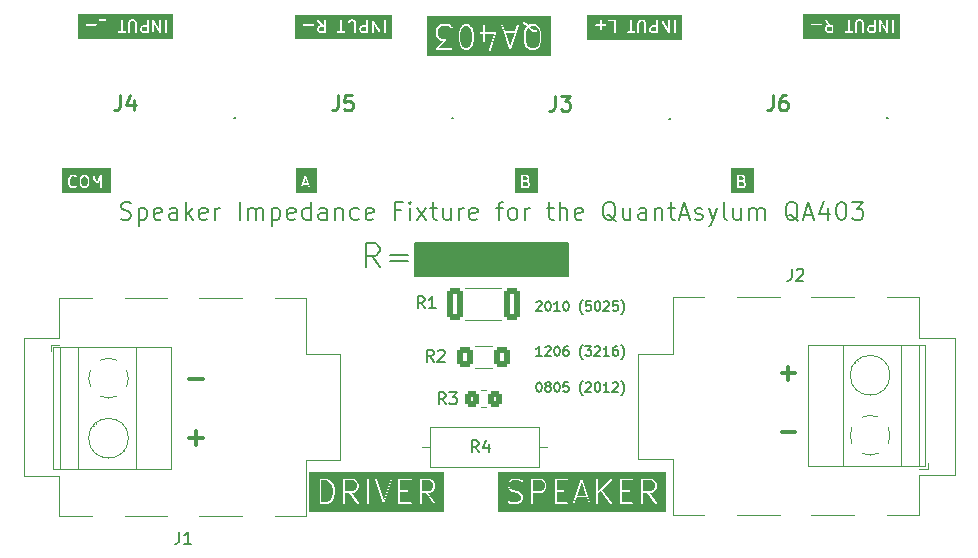
<source format=gto>
%TF.GenerationSoftware,KiCad,Pcbnew,7.0.1*%
%TF.CreationDate,2023-08-03T02:37:16+01:00*%
%TF.ProjectId,QA403 Impedance Fixture,51413430-3320-4496-9d70-6564616e6365,rev?*%
%TF.SameCoordinates,Original*%
%TF.FileFunction,Legend,Top*%
%TF.FilePolarity,Positive*%
%FSLAX46Y46*%
G04 Gerber Fmt 4.6, Leading zero omitted, Abs format (unit mm)*
G04 Created by KiCad (PCBNEW 7.0.1) date 2023-08-03 02:37:16*
%MOMM*%
%LPD*%
G01*
G04 APERTURE LIST*
G04 Aperture macros list*
%AMRoundRect*
0 Rectangle with rounded corners*
0 $1 Rounding radius*
0 $2 $3 $4 $5 $6 $7 $8 $9 X,Y pos of 4 corners*
0 Add a 4 corners polygon primitive as box body*
4,1,4,$2,$3,$4,$5,$6,$7,$8,$9,$2,$3,0*
0 Add four circle primitives for the rounded corners*
1,1,$1+$1,$2,$3*
1,1,$1+$1,$4,$5*
1,1,$1+$1,$6,$7*
1,1,$1+$1,$8,$9*
0 Add four rect primitives between the rounded corners*
20,1,$1+$1,$2,$3,$4,$5,0*
20,1,$1+$1,$4,$5,$6,$7,0*
20,1,$1+$1,$6,$7,$8,$9,0*
20,1,$1+$1,$8,$9,$2,$3,0*%
G04 Aperture macros list end*
%ADD10C,0.150000*%
%ADD11C,0.200000*%
%ADD12C,0.300000*%
%ADD13C,0.254000*%
%ADD14C,0.120000*%
%ADD15C,3.000000*%
%ADD16R,2.600000X2.600000*%
%ADD17C,2.600000*%
%ADD18C,1.605000*%
%ADD19C,2.595000*%
%ADD20RoundRect,0.250000X-0.350000X-0.450000X0.350000X-0.450000X0.350000X0.450000X-0.350000X0.450000X0*%
%ADD21RoundRect,0.249999X-0.450001X-1.075001X0.450001X-1.075001X0.450001X1.075001X-0.450001X1.075001X0*%
%ADD22C,1.600000*%
%ADD23O,1.600000X1.600000*%
%ADD24RoundRect,0.250000X-0.400000X-0.625000X0.400000X-0.625000X0.400000X0.625000X-0.400000X0.625000X0*%
G04 APERTURE END LIST*
D10*
G36*
X78631859Y-39118878D02*
G01*
X78703800Y-39190819D01*
X78744142Y-39352186D01*
X78744142Y-39667051D01*
X78703800Y-39828418D01*
X78631856Y-39900361D01*
X78563342Y-39934619D01*
X78408277Y-39934619D01*
X78339758Y-39900360D01*
X78267817Y-39828418D01*
X78227476Y-39667051D01*
X78227476Y-39352187D01*
X78267817Y-39190819D01*
X78339759Y-39118877D01*
X78408275Y-39084619D01*
X78563341Y-39084619D01*
X78631859Y-39118878D01*
G37*
G36*
X80695333Y-40499857D02*
G01*
X76594143Y-40499857D01*
X76594143Y-39577873D01*
X77074374Y-39577873D01*
X77077476Y-39590281D01*
X77077476Y-39591829D01*
X77080080Y-39600698D01*
X77124094Y-39776753D01*
X77123164Y-39785367D01*
X77129330Y-39797700D01*
X77129949Y-39800173D01*
X77134131Y-39807300D01*
X77176426Y-39891890D01*
X77179109Y-39904222D01*
X77193738Y-39918851D01*
X77207798Y-39933967D01*
X77209216Y-39934329D01*
X77287064Y-40012178D01*
X77298343Y-40026187D01*
X77312884Y-40031034D01*
X77326337Y-40038380D01*
X77333405Y-40037874D01*
X77453172Y-40077797D01*
X77463787Y-40084619D01*
X77484466Y-40084619D01*
X77505106Y-40085365D01*
X77506365Y-40084619D01*
X77571645Y-40084619D01*
X77583872Y-40087734D01*
X77603484Y-40081196D01*
X77623307Y-40075376D01*
X77624265Y-40074269D01*
X77743789Y-40034428D01*
X77761366Y-40030605D01*
X77772207Y-40019762D01*
X77784789Y-40011019D01*
X77787496Y-40004473D01*
X77832180Y-39959788D01*
X77847903Y-39930994D01*
X77844760Y-39887063D01*
X77818365Y-39851805D01*
X77777098Y-39836413D01*
X77734061Y-39845776D01*
X77683390Y-39896447D01*
X77568875Y-39934619D01*
X77497979Y-39934619D01*
X77383464Y-39896447D01*
X77309352Y-39822333D01*
X77270859Y-39745347D01*
X77252800Y-39673111D01*
X78074374Y-39673111D01*
X78077476Y-39685519D01*
X78077476Y-39687067D01*
X78080080Y-39695936D01*
X78127056Y-39883842D01*
X78131490Y-39904222D01*
X78140270Y-39913002D01*
X78146551Y-39923707D01*
X78155519Y-39928251D01*
X78235650Y-40008383D01*
X78242095Y-40019234D01*
X78260596Y-40028484D01*
X78278718Y-40038380D01*
X78280178Y-40038275D01*
X78353422Y-40074897D01*
X78368549Y-40084619D01*
X78383879Y-40084619D01*
X78398962Y-40087333D01*
X78405506Y-40084619D01*
X78577007Y-40084619D01*
X78594891Y-40086550D01*
X78608604Y-40079693D01*
X78623307Y-40075376D01*
X78627945Y-40070022D01*
X78701414Y-40033287D01*
X78713746Y-40030605D01*
X78728371Y-40015979D01*
X78743491Y-40001916D01*
X78743853Y-40000496D01*
X78823736Y-39920613D01*
X78838943Y-39906316D01*
X78841954Y-39894268D01*
X78847903Y-39883375D01*
X78847185Y-39873345D01*
X78888909Y-39706448D01*
X78894142Y-39698307D01*
X78894142Y-39685519D01*
X78894518Y-39684015D01*
X78894142Y-39674769D01*
X78894142Y-39355295D01*
X78897244Y-39346126D01*
X78894142Y-39333718D01*
X78894142Y-39332170D01*
X78891537Y-39323300D01*
X78844561Y-39135397D01*
X78840128Y-39115015D01*
X78831348Y-39106235D01*
X78825067Y-39095529D01*
X78816096Y-39090983D01*
X78746492Y-39021379D01*
X79170437Y-39021379D01*
X79172714Y-39026258D01*
X79172714Y-40020401D01*
X79181957Y-40051879D01*
X79215243Y-40080721D01*
X79258838Y-40086989D01*
X79298902Y-40068693D01*
X79322714Y-40031641D01*
X79322714Y-39347686D01*
X79512827Y-39755071D01*
X79521554Y-39774604D01*
X79531484Y-39781102D01*
X79539330Y-39790007D01*
X79549532Y-39792911D01*
X79558409Y-39798720D01*
X79570277Y-39798817D01*
X79581690Y-39802067D01*
X79591840Y-39798995D01*
X79602451Y-39799083D01*
X79612490Y-39792747D01*
X79623846Y-39789311D01*
X79630725Y-39781238D01*
X79639698Y-39775576D01*
X79644717Y-39764820D01*
X79652414Y-39755789D01*
X79653837Y-39745277D01*
X79839380Y-39347686D01*
X79839380Y-40020401D01*
X79848623Y-40051879D01*
X79881909Y-40080721D01*
X79925504Y-40086989D01*
X79965568Y-40068693D01*
X79989380Y-40031641D01*
X79989380Y-39015289D01*
X79991839Y-38999131D01*
X79984917Y-38983638D01*
X79980137Y-38967359D01*
X79976068Y-38963834D01*
X79973873Y-38958919D01*
X79959673Y-38949627D01*
X79946851Y-38938517D01*
X79941523Y-38937750D01*
X79937018Y-38934803D01*
X79920046Y-38934663D01*
X79903256Y-38932249D01*
X79898361Y-38934484D01*
X79892976Y-38934440D01*
X79878621Y-38943498D01*
X79863192Y-38950545D01*
X79860282Y-38955072D01*
X79855729Y-38957946D01*
X79848552Y-38973324D01*
X79839380Y-38987597D01*
X79839380Y-38992980D01*
X79581047Y-39546550D01*
X79318076Y-38983042D01*
X79313471Y-38967359D01*
X79300648Y-38956248D01*
X79289431Y-38943516D01*
X79284252Y-38942041D01*
X79280185Y-38938517D01*
X79263391Y-38936102D01*
X79247071Y-38931456D01*
X79241918Y-38933015D01*
X79236590Y-38932249D01*
X79221153Y-38939298D01*
X79204915Y-38944212D01*
X79201424Y-38948308D01*
X79196526Y-38950545D01*
X79187350Y-38964822D01*
X79176347Y-38977734D01*
X79175624Y-38983067D01*
X79172714Y-38987597D01*
X79172714Y-39004563D01*
X79170437Y-39021379D01*
X78746492Y-39021379D01*
X78735966Y-39010853D01*
X78729523Y-39000004D01*
X78711022Y-38990753D01*
X78692900Y-38980858D01*
X78691439Y-38980962D01*
X78618198Y-38944342D01*
X78603069Y-38934619D01*
X78587739Y-38934619D01*
X78572656Y-38931905D01*
X78566112Y-38934619D01*
X78394602Y-38934619D01*
X78376727Y-38932689D01*
X78363017Y-38939543D01*
X78348311Y-38943862D01*
X78343671Y-38949216D01*
X78270202Y-38985950D01*
X78257872Y-38988633D01*
X78243252Y-39003252D01*
X78228127Y-39017322D01*
X78227764Y-39018740D01*
X78147873Y-39098631D01*
X78132675Y-39112922D01*
X78129663Y-39124966D01*
X78123715Y-39135861D01*
X78124432Y-39145891D01*
X78082708Y-39312788D01*
X78077476Y-39320930D01*
X78077476Y-39333718D01*
X78077100Y-39335222D01*
X78077476Y-39344468D01*
X78077476Y-39663942D01*
X78074374Y-39673111D01*
X77252800Y-39673111D01*
X77227476Y-39571813D01*
X77227476Y-39447425D01*
X77270859Y-39273891D01*
X77309354Y-39196902D01*
X77383465Y-39122790D01*
X77497980Y-39084619D01*
X77568877Y-39084619D01*
X77683390Y-39122790D01*
X77726114Y-39165514D01*
X77754908Y-39181236D01*
X77798839Y-39178094D01*
X77834097Y-39151700D01*
X77849490Y-39110433D01*
X77840128Y-39067396D01*
X77779790Y-39007058D01*
X77768513Y-38993051D01*
X77753971Y-38988203D01*
X77740519Y-38980858D01*
X77733451Y-38981363D01*
X77613684Y-38941441D01*
X77603069Y-38934619D01*
X77582389Y-38934619D01*
X77561750Y-38933873D01*
X77560491Y-38934619D01*
X77495211Y-38934619D01*
X77482983Y-38931504D01*
X77463363Y-38938043D01*
X77443549Y-38943862D01*
X77442590Y-38944968D01*
X77323061Y-38984810D01*
X77305491Y-38988633D01*
X77294652Y-38999471D01*
X77282066Y-39008219D01*
X77279357Y-39014766D01*
X77201329Y-39092794D01*
X77190480Y-39099238D01*
X77181229Y-39117738D01*
X77171334Y-39135861D01*
X77171438Y-39137321D01*
X77138986Y-39202225D01*
X77132675Y-39208160D01*
X77129330Y-39221537D01*
X77128191Y-39223817D01*
X77126727Y-39231949D01*
X77082708Y-39408026D01*
X77077476Y-39416168D01*
X77077476Y-39428956D01*
X77077100Y-39430460D01*
X77077476Y-39439706D01*
X77077476Y-39568704D01*
X77074374Y-39577873D01*
X76594143Y-39577873D01*
X76594143Y-38389143D01*
X80695333Y-38389143D01*
X80695333Y-40499857D01*
G37*
G36*
X115989771Y-39598980D02*
G01*
X116016264Y-39625473D01*
X116050523Y-39693989D01*
X116050523Y-39801436D01*
X116016264Y-39869953D01*
X115985856Y-39900361D01*
X115917342Y-39934619D01*
X115629095Y-39934619D01*
X115629095Y-39560809D01*
X115875258Y-39560809D01*
X115989771Y-39598980D01*
G37*
G36*
X115938240Y-39118878D02*
G01*
X115968645Y-39149283D01*
X116002904Y-39217799D01*
X116002904Y-39277627D01*
X115968645Y-39346144D01*
X115938238Y-39376551D01*
X115871007Y-39410166D01*
X115868131Y-39410063D01*
X115866872Y-39410809D01*
X115629095Y-39410809D01*
X115629095Y-39084619D01*
X115869722Y-39084619D01*
X115938240Y-39118878D01*
G37*
G36*
X116858857Y-40499857D02*
G01*
X114948143Y-40499857D01*
X114948143Y-40020743D01*
X115476725Y-40020743D01*
X115483644Y-40035895D01*
X115488338Y-40051879D01*
X115492650Y-40055615D01*
X115495021Y-40060807D01*
X115509037Y-40069814D01*
X115521624Y-40080721D01*
X115527270Y-40081532D01*
X115532073Y-40084619D01*
X115548735Y-40084619D01*
X115565219Y-40086989D01*
X115570409Y-40084619D01*
X115931007Y-40084619D01*
X115948891Y-40086550D01*
X115962604Y-40079693D01*
X115977307Y-40075376D01*
X115981945Y-40070022D01*
X116055413Y-40033287D01*
X116067747Y-40030605D01*
X116082378Y-40015972D01*
X116097491Y-40001916D01*
X116097853Y-40000496D01*
X116124287Y-39974062D01*
X116135138Y-39967618D01*
X116144394Y-39949104D01*
X116154284Y-39930994D01*
X116154179Y-39929534D01*
X116190801Y-39856290D01*
X116200523Y-39841164D01*
X116200523Y-39825834D01*
X116203237Y-39810751D01*
X116200523Y-39804207D01*
X116200523Y-39680316D01*
X116202453Y-39662441D01*
X116195598Y-39648731D01*
X116191280Y-39634025D01*
X116185925Y-39629385D01*
X116149191Y-39555916D01*
X116146509Y-39543586D01*
X116131889Y-39528966D01*
X116117820Y-39513841D01*
X116116401Y-39513478D01*
X116086171Y-39483248D01*
X116074894Y-39469241D01*
X116061984Y-39464937D01*
X116076669Y-39450252D01*
X116087519Y-39443809D01*
X116096773Y-39425299D01*
X116106664Y-39407186D01*
X116106559Y-39405727D01*
X116143182Y-39332481D01*
X116152904Y-39317355D01*
X116152904Y-39302025D01*
X116155618Y-39286942D01*
X116152904Y-39280398D01*
X116152904Y-39204126D01*
X116154834Y-39186251D01*
X116147979Y-39172541D01*
X116143661Y-39157835D01*
X116138306Y-39153195D01*
X116101572Y-39079726D01*
X116098890Y-39067396D01*
X116084270Y-39052776D01*
X116070201Y-39037651D01*
X116068782Y-39037288D01*
X116042347Y-39010853D01*
X116035904Y-39000004D01*
X116017403Y-38990753D01*
X115999281Y-38980858D01*
X115997820Y-38980962D01*
X115924579Y-38944342D01*
X115909450Y-38934619D01*
X115894120Y-38934619D01*
X115879037Y-38931905D01*
X115872493Y-38934619D01*
X115559455Y-38934619D01*
X115542971Y-38932249D01*
X115527818Y-38939168D01*
X115511835Y-38943862D01*
X115508098Y-38948174D01*
X115502907Y-38950545D01*
X115493899Y-38964561D01*
X115482993Y-38977148D01*
X115482181Y-38982794D01*
X115479095Y-38987597D01*
X115479095Y-39004259D01*
X115476725Y-39020743D01*
X115479095Y-39025933D01*
X115479095Y-39480449D01*
X115476725Y-39496933D01*
X115479095Y-39502123D01*
X115479095Y-40004259D01*
X115476725Y-40020743D01*
X114948143Y-40020743D01*
X114948143Y-38389143D01*
X116858857Y-38389143D01*
X116858857Y-40499857D01*
G37*
G36*
X134277771Y-39598980D02*
G01*
X134304264Y-39625473D01*
X134338523Y-39693989D01*
X134338523Y-39801436D01*
X134304264Y-39869953D01*
X134273856Y-39900361D01*
X134205342Y-39934619D01*
X133917095Y-39934619D01*
X133917095Y-39560809D01*
X134163258Y-39560809D01*
X134277771Y-39598980D01*
G37*
G36*
X134226240Y-39118878D02*
G01*
X134256645Y-39149283D01*
X134290904Y-39217799D01*
X134290904Y-39277627D01*
X134256645Y-39346144D01*
X134226238Y-39376551D01*
X134159007Y-39410166D01*
X134156131Y-39410063D01*
X134154872Y-39410809D01*
X133917095Y-39410809D01*
X133917095Y-39084619D01*
X134157722Y-39084619D01*
X134226240Y-39118878D01*
G37*
G36*
X135146857Y-40499857D02*
G01*
X133236143Y-40499857D01*
X133236143Y-40020743D01*
X133764725Y-40020743D01*
X133771644Y-40035895D01*
X133776338Y-40051879D01*
X133780650Y-40055615D01*
X133783021Y-40060807D01*
X133797037Y-40069814D01*
X133809624Y-40080721D01*
X133815270Y-40081532D01*
X133820073Y-40084619D01*
X133836735Y-40084619D01*
X133853219Y-40086989D01*
X133858409Y-40084619D01*
X134219007Y-40084619D01*
X134236891Y-40086550D01*
X134250604Y-40079693D01*
X134265307Y-40075376D01*
X134269945Y-40070022D01*
X134343413Y-40033287D01*
X134355747Y-40030605D01*
X134370378Y-40015972D01*
X134385491Y-40001916D01*
X134385853Y-40000496D01*
X134412287Y-39974062D01*
X134423138Y-39967618D01*
X134432394Y-39949104D01*
X134442284Y-39930994D01*
X134442179Y-39929534D01*
X134478801Y-39856290D01*
X134488523Y-39841164D01*
X134488523Y-39825834D01*
X134491237Y-39810751D01*
X134488523Y-39804207D01*
X134488523Y-39680316D01*
X134490453Y-39662441D01*
X134483598Y-39648731D01*
X134479280Y-39634025D01*
X134473925Y-39629385D01*
X134437191Y-39555916D01*
X134434509Y-39543586D01*
X134419889Y-39528966D01*
X134405820Y-39513841D01*
X134404401Y-39513478D01*
X134374171Y-39483248D01*
X134362894Y-39469241D01*
X134349984Y-39464937D01*
X134364669Y-39450252D01*
X134375519Y-39443809D01*
X134384773Y-39425299D01*
X134394664Y-39407186D01*
X134394559Y-39405727D01*
X134431182Y-39332481D01*
X134440904Y-39317355D01*
X134440904Y-39302025D01*
X134443618Y-39286942D01*
X134440904Y-39280398D01*
X134440904Y-39204126D01*
X134442834Y-39186251D01*
X134435979Y-39172541D01*
X134431661Y-39157835D01*
X134426306Y-39153195D01*
X134389572Y-39079726D01*
X134386890Y-39067396D01*
X134372270Y-39052776D01*
X134358201Y-39037651D01*
X134356782Y-39037288D01*
X134330347Y-39010853D01*
X134323904Y-39000004D01*
X134305403Y-38990753D01*
X134287281Y-38980858D01*
X134285820Y-38980962D01*
X134212579Y-38944342D01*
X134197450Y-38934619D01*
X134182120Y-38934619D01*
X134167037Y-38931905D01*
X134160493Y-38934619D01*
X133847455Y-38934619D01*
X133830971Y-38932249D01*
X133815818Y-38939168D01*
X133799835Y-38943862D01*
X133796098Y-38948174D01*
X133790907Y-38950545D01*
X133781899Y-38964561D01*
X133770993Y-38977148D01*
X133770181Y-38982794D01*
X133767095Y-38987597D01*
X133767095Y-39004259D01*
X133764725Y-39020743D01*
X133767095Y-39025933D01*
X133767095Y-39480449D01*
X133764725Y-39496933D01*
X133767095Y-39502123D01*
X133767095Y-40004259D01*
X133764725Y-40020743D01*
X133236143Y-40020743D01*
X133236143Y-38389143D01*
X135146857Y-38389143D01*
X135146857Y-40499857D01*
G37*
G36*
X97336609Y-39648904D02*
G01*
X97068533Y-39648904D01*
X97202571Y-39246790D01*
X97336609Y-39648904D01*
G37*
G36*
X98174000Y-40499857D02*
G01*
X96406143Y-40499857D01*
X96406143Y-40028916D01*
X96793492Y-40028916D01*
X96815949Y-40066804D01*
X96855325Y-40086536D01*
X96899118Y-40081849D01*
X96933425Y-40054228D01*
X97018533Y-39798904D01*
X97386609Y-39798904D01*
X97468162Y-40043564D01*
X97486885Y-40070504D01*
X97527584Y-40087340D01*
X97570924Y-40079500D01*
X97603146Y-40049474D01*
X97614019Y-40006793D01*
X97517426Y-39717016D01*
X97518036Y-39712780D01*
X97510552Y-39696392D01*
X97278011Y-38998769D01*
X97278317Y-38990322D01*
X97271185Y-38978289D01*
X97270313Y-38975673D01*
X97265700Y-38969035D01*
X97255860Y-38952434D01*
X97253254Y-38951128D01*
X97251590Y-38948733D01*
X97233736Y-38941347D01*
X97216484Y-38932702D01*
X97213586Y-38933012D01*
X97210891Y-38931897D01*
X97191883Y-38935335D01*
X97172690Y-38937390D01*
X97170419Y-38939218D01*
X97167551Y-38939737D01*
X97153427Y-38952898D01*
X97138384Y-38965010D01*
X97137461Y-38967776D01*
X97135329Y-38969764D01*
X97130561Y-38988476D01*
X96898036Y-39686051D01*
X96893374Y-39691433D01*
X96891197Y-39706568D01*
X96794677Y-39996131D01*
X96793492Y-40028916D01*
X96406143Y-40028916D01*
X96406143Y-38389143D01*
X98174000Y-38389143D01*
X98174000Y-40499857D01*
G37*
X103473047Y-46745238D02*
X102806380Y-45792857D01*
X102330190Y-46745238D02*
X102330190Y-44745238D01*
X102330190Y-44745238D02*
X103092095Y-44745238D01*
X103092095Y-44745238D02*
X103282571Y-44840476D01*
X103282571Y-44840476D02*
X103377809Y-44935714D01*
X103377809Y-44935714D02*
X103473047Y-45126190D01*
X103473047Y-45126190D02*
X103473047Y-45411904D01*
X103473047Y-45411904D02*
X103377809Y-45602380D01*
X103377809Y-45602380D02*
X103282571Y-45697619D01*
X103282571Y-45697619D02*
X103092095Y-45792857D01*
X103092095Y-45792857D02*
X102330190Y-45792857D01*
X104330190Y-45697619D02*
X105854000Y-45697619D01*
X105854000Y-46269047D02*
X104330190Y-46269047D01*
X106426000Y-44704000D02*
X119380000Y-44704000D01*
X119380000Y-47498000D01*
X106426000Y-47498000D01*
X106426000Y-44704000D01*
G36*
X106426000Y-44704000D02*
G01*
X119380000Y-44704000D01*
X119380000Y-47498000D01*
X106426000Y-47498000D01*
X106426000Y-44704000D01*
G37*
G36*
X114522618Y-28042590D02*
G01*
X114150486Y-26926190D01*
X114894752Y-26926190D01*
X114522618Y-28042590D01*
G37*
G36*
X116763906Y-26436639D02*
G01*
X116931086Y-26603819D01*
X117019047Y-26955662D01*
X117019047Y-27603861D01*
X116931086Y-27955703D01*
X116763906Y-28122883D01*
X116600152Y-28204761D01*
X116254608Y-28204761D01*
X116090855Y-28122884D01*
X115923674Y-27955703D01*
X115835714Y-27603861D01*
X115835714Y-26955663D01*
X115923674Y-26603819D01*
X116046428Y-26481066D01*
X116272460Y-26707098D01*
X116278904Y-26717948D01*
X116297404Y-26727197D01*
X116315527Y-26737094D01*
X116316987Y-26736989D01*
X116485467Y-26821228D01*
X116500597Y-26830952D01*
X116515928Y-26830952D01*
X116531011Y-26833666D01*
X116537555Y-26830952D01*
X116723877Y-26830952D01*
X116755355Y-26821709D01*
X116784197Y-26788423D01*
X116790465Y-26744828D01*
X116772169Y-26704764D01*
X116735117Y-26680952D01*
X116540323Y-26680952D01*
X116376569Y-26599075D01*
X116173040Y-26395546D01*
X116254609Y-26354761D01*
X116600152Y-26354761D01*
X116763906Y-26436639D01*
G37*
G36*
X111049620Y-26436639D02*
G01*
X111127645Y-26514664D01*
X111213758Y-26686890D01*
X111304761Y-27050900D01*
X111304761Y-27508623D01*
X111213758Y-27872634D01*
X111127646Y-28044857D01*
X111049620Y-28122883D01*
X110885866Y-28204761D01*
X110730798Y-28204761D01*
X110567045Y-28122884D01*
X110489019Y-28044858D01*
X110402906Y-27872632D01*
X110311904Y-27508623D01*
X110311904Y-27050901D01*
X110402906Y-26686891D01*
X110489019Y-26514664D01*
X110567044Y-26436639D01*
X110730799Y-26354761D01*
X110885866Y-26354761D01*
X111049620Y-26436639D01*
G37*
G36*
X117985714Y-28920714D02*
G01*
X107465476Y-28920714D01*
X107465476Y-26669105D01*
X108254428Y-26669105D01*
X108257142Y-26675649D01*
X108257142Y-27132864D01*
X108255211Y-27150748D01*
X108262067Y-27164461D01*
X108266385Y-27179164D01*
X108271738Y-27183802D01*
X108356092Y-27352510D01*
X108358775Y-27364841D01*
X108373401Y-27379467D01*
X108387465Y-27394586D01*
X108388882Y-27394948D01*
X108462935Y-27469002D01*
X108469380Y-27479853D01*
X108487880Y-27489103D01*
X108506003Y-27498999D01*
X108507463Y-27498894D01*
X108675942Y-27583133D01*
X108691072Y-27592857D01*
X108706402Y-27592857D01*
X108721485Y-27595571D01*
X108728029Y-27592857D01*
X108833526Y-27592857D01*
X108290069Y-28213948D01*
X108289882Y-28214004D01*
X108275663Y-28230413D01*
X108268599Y-28238487D01*
X108268520Y-28238657D01*
X108261040Y-28247290D01*
X108259467Y-28258230D01*
X108254826Y-28268264D01*
X108256397Y-28279579D01*
X108254772Y-28290885D01*
X108259363Y-28300939D01*
X108260884Y-28311888D01*
X108268321Y-28320556D01*
X108273068Y-28330949D01*
X108282368Y-28336926D01*
X108289565Y-28345313D01*
X108300508Y-28348583D01*
X108310120Y-28354761D01*
X108321175Y-28354761D01*
X108331764Y-28357926D01*
X108342739Y-28354761D01*
X109581019Y-28354761D01*
X109612497Y-28345518D01*
X109641339Y-28312232D01*
X109647607Y-28268637D01*
X109629311Y-28228573D01*
X109592259Y-28204761D01*
X108497425Y-28204761D01*
X109040881Y-27583669D01*
X109041069Y-27583614D01*
X109055287Y-27567204D01*
X109062352Y-27559131D01*
X109062430Y-27558960D01*
X109069911Y-27550328D01*
X109071484Y-27539386D01*
X109076124Y-27529355D01*
X109074553Y-27518041D01*
X109075036Y-27514683D01*
X110158802Y-27514683D01*
X110161904Y-27527091D01*
X110161904Y-27528639D01*
X110164508Y-27537508D01*
X110256141Y-27904039D01*
X110255211Y-27912653D01*
X110261377Y-27924986D01*
X110261996Y-27927459D01*
X110266177Y-27934585D01*
X110356092Y-28114415D01*
X110358775Y-28126746D01*
X110373399Y-28141370D01*
X110387465Y-28156491D01*
X110388882Y-28156853D01*
X110462936Y-28230907D01*
X110469380Y-28241757D01*
X110487880Y-28251007D01*
X110506003Y-28260903D01*
X110507463Y-28260798D01*
X110675942Y-28345037D01*
X110691072Y-28354761D01*
X110706402Y-28354761D01*
X110721485Y-28357475D01*
X110728029Y-28354761D01*
X110899531Y-28354761D01*
X110917415Y-28356692D01*
X110931128Y-28349835D01*
X110945831Y-28345518D01*
X110950469Y-28340164D01*
X111119177Y-28255810D01*
X111131508Y-28253128D01*
X111146132Y-28238503D01*
X111161253Y-28224438D01*
X111161615Y-28223020D01*
X111235669Y-28148966D01*
X111246519Y-28142523D01*
X111255769Y-28124022D01*
X111265665Y-28105900D01*
X111265560Y-28104439D01*
X111345630Y-27944299D01*
X111351943Y-27938364D01*
X111355287Y-27924984D01*
X111356427Y-27922706D01*
X111357889Y-27914576D01*
X111449528Y-27548020D01*
X111454761Y-27539879D01*
X111454761Y-27527091D01*
X111455137Y-27525587D01*
X111454761Y-27516341D01*
X111454761Y-27054009D01*
X111457863Y-27044840D01*
X111454761Y-27032432D01*
X111454761Y-27030884D01*
X111452156Y-27022014D01*
X111436040Y-26957552D01*
X111969058Y-26957552D01*
X111987354Y-26997616D01*
X112024406Y-27021428D01*
X112257142Y-27021428D01*
X112257142Y-27623877D01*
X112266385Y-27655355D01*
X112299671Y-27684197D01*
X112343266Y-27690465D01*
X112383330Y-27672169D01*
X112407142Y-27635117D01*
X112407142Y-27021428D01*
X113180466Y-27021428D01*
X112733772Y-28361512D01*
X112732587Y-28394297D01*
X112755044Y-28432185D01*
X112794420Y-28451917D01*
X112838213Y-28447230D01*
X112872520Y-28419609D01*
X113350962Y-26984279D01*
X113355625Y-26978899D01*
X113357800Y-26963765D01*
X113359084Y-26959916D01*
X113359329Y-26953136D01*
X113361893Y-26935304D01*
X113360114Y-26931409D01*
X113360269Y-26927131D01*
X113351083Y-26911634D01*
X113343597Y-26895240D01*
X113339994Y-26892924D01*
X113337812Y-26889243D01*
X113321710Y-26881174D01*
X113306545Y-26871428D01*
X113302261Y-26871428D01*
X113298436Y-26869511D01*
X113280525Y-26871428D01*
X112407142Y-26871428D01*
X112407142Y-26282586D01*
X113777837Y-26282586D01*
X113969667Y-26858076D01*
X113969058Y-26862314D01*
X113976543Y-26878704D01*
X114447178Y-28290610D01*
X114446873Y-28299058D01*
X114454004Y-28311090D01*
X114454877Y-28313707D01*
X114459488Y-28320342D01*
X114469330Y-28336946D01*
X114471936Y-28338251D01*
X114473600Y-28340646D01*
X114491442Y-28348026D01*
X114508706Y-28356678D01*
X114511605Y-28356367D01*
X114514299Y-28357482D01*
X114533292Y-28354046D01*
X114552499Y-28351991D01*
X114554771Y-28350161D01*
X114557639Y-28349643D01*
X114571761Y-28336482D01*
X114586806Y-28324370D01*
X114587728Y-28321603D01*
X114589861Y-28319616D01*
X114594628Y-28300903D01*
X115065248Y-26889041D01*
X115069911Y-26883661D01*
X115072087Y-26868526D01*
X115263846Y-26293249D01*
X115265031Y-26260464D01*
X115242574Y-26222576D01*
X115203198Y-26202844D01*
X115159405Y-26207531D01*
X115125098Y-26235152D01*
X114944752Y-26776190D01*
X114100486Y-26776190D01*
X113923694Y-26245815D01*
X113904971Y-26218875D01*
X113864272Y-26202039D01*
X113820932Y-26209879D01*
X113788710Y-26239906D01*
X113777837Y-26282586D01*
X112407142Y-26282586D01*
X112407142Y-26268979D01*
X112397899Y-26237501D01*
X112364613Y-26208659D01*
X112321018Y-26202391D01*
X112280954Y-26220687D01*
X112257142Y-26257739D01*
X112257142Y-26871428D01*
X112035646Y-26871428D01*
X112004168Y-26880671D01*
X111975326Y-26913957D01*
X111969058Y-26957552D01*
X111436040Y-26957552D01*
X111360523Y-26655483D01*
X111361454Y-26646870D01*
X111355287Y-26634536D01*
X111354669Y-26632064D01*
X111350486Y-26624935D01*
X111260572Y-26445107D01*
X111257890Y-26432777D01*
X111243270Y-26418157D01*
X111229201Y-26403032D01*
X111227782Y-26402669D01*
X111153727Y-26328614D01*
X111147285Y-26317767D01*
X111128801Y-26308524D01*
X111110662Y-26298620D01*
X111109200Y-26298724D01*
X110940720Y-26214482D01*
X110925593Y-26204761D01*
X110910263Y-26204761D01*
X110895180Y-26202047D01*
X110888636Y-26204761D01*
X110717129Y-26204761D01*
X110699250Y-26202831D01*
X110685541Y-26209685D01*
X110670834Y-26214004D01*
X110666193Y-26219359D01*
X110497487Y-26303712D01*
X110485157Y-26306395D01*
X110470532Y-26321019D01*
X110455412Y-26335085D01*
X110455049Y-26336502D01*
X110380995Y-26410556D01*
X110370147Y-26417000D01*
X110360906Y-26435481D01*
X110351000Y-26453623D01*
X110351104Y-26455084D01*
X110271034Y-26615225D01*
X110264722Y-26621160D01*
X110261377Y-26634538D01*
X110260238Y-26636817D01*
X110258774Y-26644949D01*
X110167136Y-27011502D01*
X110161904Y-27019644D01*
X110161904Y-27032432D01*
X110161528Y-27033936D01*
X110161904Y-27043182D01*
X110161904Y-27505514D01*
X110158802Y-27514683D01*
X109075036Y-27514683D01*
X109076179Y-27506733D01*
X109071586Y-27496677D01*
X109070067Y-27485730D01*
X109062629Y-27477061D01*
X109057883Y-27466669D01*
X109048582Y-27460691D01*
X109041386Y-27452305D01*
X109030442Y-27449034D01*
X109020831Y-27442857D01*
X109009775Y-27442857D01*
X108999186Y-27439692D01*
X108988211Y-27442857D01*
X108730798Y-27442857D01*
X108567043Y-27360979D01*
X108489020Y-27282954D01*
X108407142Y-27119199D01*
X108407142Y-26678420D01*
X108489019Y-26514664D01*
X108567044Y-26436639D01*
X108730799Y-26354761D01*
X109266818Y-26354761D01*
X109430572Y-26436639D01*
X109524828Y-26530895D01*
X109553622Y-26546618D01*
X109597553Y-26543475D01*
X109632812Y-26517081D01*
X109648204Y-26475814D01*
X109638842Y-26432777D01*
X109534679Y-26328614D01*
X109528237Y-26317767D01*
X109509753Y-26308524D01*
X109491614Y-26298620D01*
X109490152Y-26298724D01*
X109321672Y-26214482D01*
X109306545Y-26204761D01*
X109291215Y-26204761D01*
X109276132Y-26202047D01*
X109269588Y-26204761D01*
X108717129Y-26204761D01*
X108699250Y-26202831D01*
X108685541Y-26209685D01*
X108670834Y-26214004D01*
X108666193Y-26219359D01*
X108497487Y-26303712D01*
X108485157Y-26306395D01*
X108470532Y-26321019D01*
X108455412Y-26335085D01*
X108455049Y-26336502D01*
X108380995Y-26410556D01*
X108370147Y-26417000D01*
X108360906Y-26435481D01*
X108351000Y-26453623D01*
X108351104Y-26455084D01*
X108266865Y-26623561D01*
X108257142Y-26638692D01*
X108257142Y-26654022D01*
X108254428Y-26669105D01*
X107465476Y-26669105D01*
X107465476Y-26108650D01*
X115589747Y-26108650D01*
X115612238Y-26146519D01*
X115811524Y-26246161D01*
X115940362Y-26374999D01*
X115803730Y-26511631D01*
X115788532Y-26525922D01*
X115785520Y-26537966D01*
X115779572Y-26548861D01*
X115780289Y-26558891D01*
X115690946Y-26916264D01*
X115685714Y-26924406D01*
X115685714Y-26937194D01*
X115685338Y-26938698D01*
X115685714Y-26947944D01*
X115685714Y-27600752D01*
X115682612Y-27609921D01*
X115685714Y-27622329D01*
X115685714Y-27623877D01*
X115688318Y-27632746D01*
X115782913Y-28011125D01*
X115787347Y-28031508D01*
X115796127Y-28040288D01*
X115802408Y-28050993D01*
X115811376Y-28055537D01*
X115986746Y-28230907D01*
X115993190Y-28241757D01*
X116011690Y-28251007D01*
X116029813Y-28260903D01*
X116031273Y-28260798D01*
X116199752Y-28345037D01*
X116214882Y-28354761D01*
X116230212Y-28354761D01*
X116245295Y-28357475D01*
X116251839Y-28354761D01*
X116613817Y-28354761D01*
X116631701Y-28356692D01*
X116645414Y-28349835D01*
X116660117Y-28345518D01*
X116664755Y-28340164D01*
X116833463Y-28255810D01*
X116845794Y-28253128D01*
X116860418Y-28238503D01*
X116875539Y-28224438D01*
X116875901Y-28223020D01*
X117051021Y-28047900D01*
X117066229Y-28033602D01*
X117069240Y-28021555D01*
X117075189Y-28010662D01*
X117074471Y-28000632D01*
X117163814Y-27643258D01*
X117169047Y-27635117D01*
X117169047Y-27622329D01*
X117169423Y-27620825D01*
X117169047Y-27611579D01*
X117169047Y-26958771D01*
X117172149Y-26949602D01*
X117169047Y-26937194D01*
X117169047Y-26935646D01*
X117166442Y-26926776D01*
X117071847Y-26548397D01*
X117067414Y-26528015D01*
X117058634Y-26519235D01*
X117052353Y-26508529D01*
X117043382Y-26503983D01*
X116868013Y-26328614D01*
X116861571Y-26317767D01*
X116843087Y-26308524D01*
X116824948Y-26298620D01*
X116823486Y-26298724D01*
X116655006Y-26214482D01*
X116639879Y-26204761D01*
X116624549Y-26204761D01*
X116609466Y-26202047D01*
X116602922Y-26204761D01*
X116240939Y-26204761D01*
X116223060Y-26202831D01*
X116209351Y-26209685D01*
X116194644Y-26214004D01*
X116190003Y-26219359D01*
X116061237Y-26283742D01*
X115915633Y-26138138D01*
X115909190Y-26127290D01*
X115890708Y-26118049D01*
X115872567Y-26108143D01*
X115871105Y-26108247D01*
X115689373Y-26017381D01*
X115657085Y-26011571D01*
X115616402Y-26028444D01*
X115591299Y-26064634D01*
X115589747Y-26108650D01*
X107465476Y-26108650D01*
X107465476Y-25524286D01*
X117985714Y-25524286D01*
X117985714Y-28920714D01*
G37*
D11*
X116928857Y-56506095D02*
X117005047Y-56506095D01*
X117005047Y-56506095D02*
X117081238Y-56544190D01*
X117081238Y-56544190D02*
X117119333Y-56582285D01*
X117119333Y-56582285D02*
X117157428Y-56658476D01*
X117157428Y-56658476D02*
X117195523Y-56810857D01*
X117195523Y-56810857D02*
X117195523Y-57001333D01*
X117195523Y-57001333D02*
X117157428Y-57153714D01*
X117157428Y-57153714D02*
X117119333Y-57229904D01*
X117119333Y-57229904D02*
X117081238Y-57268000D01*
X117081238Y-57268000D02*
X117005047Y-57306095D01*
X117005047Y-57306095D02*
X116928857Y-57306095D01*
X116928857Y-57306095D02*
X116852666Y-57268000D01*
X116852666Y-57268000D02*
X116814571Y-57229904D01*
X116814571Y-57229904D02*
X116776476Y-57153714D01*
X116776476Y-57153714D02*
X116738380Y-57001333D01*
X116738380Y-57001333D02*
X116738380Y-56810857D01*
X116738380Y-56810857D02*
X116776476Y-56658476D01*
X116776476Y-56658476D02*
X116814571Y-56582285D01*
X116814571Y-56582285D02*
X116852666Y-56544190D01*
X116852666Y-56544190D02*
X116928857Y-56506095D01*
X117652666Y-56848952D02*
X117576476Y-56810857D01*
X117576476Y-56810857D02*
X117538381Y-56772761D01*
X117538381Y-56772761D02*
X117500285Y-56696571D01*
X117500285Y-56696571D02*
X117500285Y-56658476D01*
X117500285Y-56658476D02*
X117538381Y-56582285D01*
X117538381Y-56582285D02*
X117576476Y-56544190D01*
X117576476Y-56544190D02*
X117652666Y-56506095D01*
X117652666Y-56506095D02*
X117805047Y-56506095D01*
X117805047Y-56506095D02*
X117881238Y-56544190D01*
X117881238Y-56544190D02*
X117919333Y-56582285D01*
X117919333Y-56582285D02*
X117957428Y-56658476D01*
X117957428Y-56658476D02*
X117957428Y-56696571D01*
X117957428Y-56696571D02*
X117919333Y-56772761D01*
X117919333Y-56772761D02*
X117881238Y-56810857D01*
X117881238Y-56810857D02*
X117805047Y-56848952D01*
X117805047Y-56848952D02*
X117652666Y-56848952D01*
X117652666Y-56848952D02*
X117576476Y-56887047D01*
X117576476Y-56887047D02*
X117538381Y-56925142D01*
X117538381Y-56925142D02*
X117500285Y-57001333D01*
X117500285Y-57001333D02*
X117500285Y-57153714D01*
X117500285Y-57153714D02*
X117538381Y-57229904D01*
X117538381Y-57229904D02*
X117576476Y-57268000D01*
X117576476Y-57268000D02*
X117652666Y-57306095D01*
X117652666Y-57306095D02*
X117805047Y-57306095D01*
X117805047Y-57306095D02*
X117881238Y-57268000D01*
X117881238Y-57268000D02*
X117919333Y-57229904D01*
X117919333Y-57229904D02*
X117957428Y-57153714D01*
X117957428Y-57153714D02*
X117957428Y-57001333D01*
X117957428Y-57001333D02*
X117919333Y-56925142D01*
X117919333Y-56925142D02*
X117881238Y-56887047D01*
X117881238Y-56887047D02*
X117805047Y-56848952D01*
X118452667Y-56506095D02*
X118528857Y-56506095D01*
X118528857Y-56506095D02*
X118605048Y-56544190D01*
X118605048Y-56544190D02*
X118643143Y-56582285D01*
X118643143Y-56582285D02*
X118681238Y-56658476D01*
X118681238Y-56658476D02*
X118719333Y-56810857D01*
X118719333Y-56810857D02*
X118719333Y-57001333D01*
X118719333Y-57001333D02*
X118681238Y-57153714D01*
X118681238Y-57153714D02*
X118643143Y-57229904D01*
X118643143Y-57229904D02*
X118605048Y-57268000D01*
X118605048Y-57268000D02*
X118528857Y-57306095D01*
X118528857Y-57306095D02*
X118452667Y-57306095D01*
X118452667Y-57306095D02*
X118376476Y-57268000D01*
X118376476Y-57268000D02*
X118338381Y-57229904D01*
X118338381Y-57229904D02*
X118300286Y-57153714D01*
X118300286Y-57153714D02*
X118262190Y-57001333D01*
X118262190Y-57001333D02*
X118262190Y-56810857D01*
X118262190Y-56810857D02*
X118300286Y-56658476D01*
X118300286Y-56658476D02*
X118338381Y-56582285D01*
X118338381Y-56582285D02*
X118376476Y-56544190D01*
X118376476Y-56544190D02*
X118452667Y-56506095D01*
X119443143Y-56506095D02*
X119062191Y-56506095D01*
X119062191Y-56506095D02*
X119024095Y-56887047D01*
X119024095Y-56887047D02*
X119062191Y-56848952D01*
X119062191Y-56848952D02*
X119138381Y-56810857D01*
X119138381Y-56810857D02*
X119328857Y-56810857D01*
X119328857Y-56810857D02*
X119405048Y-56848952D01*
X119405048Y-56848952D02*
X119443143Y-56887047D01*
X119443143Y-56887047D02*
X119481238Y-56963238D01*
X119481238Y-56963238D02*
X119481238Y-57153714D01*
X119481238Y-57153714D02*
X119443143Y-57229904D01*
X119443143Y-57229904D02*
X119405048Y-57268000D01*
X119405048Y-57268000D02*
X119328857Y-57306095D01*
X119328857Y-57306095D02*
X119138381Y-57306095D01*
X119138381Y-57306095D02*
X119062191Y-57268000D01*
X119062191Y-57268000D02*
X119024095Y-57229904D01*
X120662191Y-57610857D02*
X120624096Y-57572761D01*
X120624096Y-57572761D02*
X120547905Y-57458476D01*
X120547905Y-57458476D02*
X120509810Y-57382285D01*
X120509810Y-57382285D02*
X120471715Y-57268000D01*
X120471715Y-57268000D02*
X120433620Y-57077523D01*
X120433620Y-57077523D02*
X120433620Y-56925142D01*
X120433620Y-56925142D02*
X120471715Y-56734666D01*
X120471715Y-56734666D02*
X120509810Y-56620380D01*
X120509810Y-56620380D02*
X120547905Y-56544190D01*
X120547905Y-56544190D02*
X120624096Y-56429904D01*
X120624096Y-56429904D02*
X120662191Y-56391809D01*
X120928857Y-56582285D02*
X120966953Y-56544190D01*
X120966953Y-56544190D02*
X121043143Y-56506095D01*
X121043143Y-56506095D02*
X121233619Y-56506095D01*
X121233619Y-56506095D02*
X121309810Y-56544190D01*
X121309810Y-56544190D02*
X121347905Y-56582285D01*
X121347905Y-56582285D02*
X121386000Y-56658476D01*
X121386000Y-56658476D02*
X121386000Y-56734666D01*
X121386000Y-56734666D02*
X121347905Y-56848952D01*
X121347905Y-56848952D02*
X120890762Y-57306095D01*
X120890762Y-57306095D02*
X121386000Y-57306095D01*
X121881239Y-56506095D02*
X121957429Y-56506095D01*
X121957429Y-56506095D02*
X122033620Y-56544190D01*
X122033620Y-56544190D02*
X122071715Y-56582285D01*
X122071715Y-56582285D02*
X122109810Y-56658476D01*
X122109810Y-56658476D02*
X122147905Y-56810857D01*
X122147905Y-56810857D02*
X122147905Y-57001333D01*
X122147905Y-57001333D02*
X122109810Y-57153714D01*
X122109810Y-57153714D02*
X122071715Y-57229904D01*
X122071715Y-57229904D02*
X122033620Y-57268000D01*
X122033620Y-57268000D02*
X121957429Y-57306095D01*
X121957429Y-57306095D02*
X121881239Y-57306095D01*
X121881239Y-57306095D02*
X121805048Y-57268000D01*
X121805048Y-57268000D02*
X121766953Y-57229904D01*
X121766953Y-57229904D02*
X121728858Y-57153714D01*
X121728858Y-57153714D02*
X121690762Y-57001333D01*
X121690762Y-57001333D02*
X121690762Y-56810857D01*
X121690762Y-56810857D02*
X121728858Y-56658476D01*
X121728858Y-56658476D02*
X121766953Y-56582285D01*
X121766953Y-56582285D02*
X121805048Y-56544190D01*
X121805048Y-56544190D02*
X121881239Y-56506095D01*
X122909810Y-57306095D02*
X122452667Y-57306095D01*
X122681239Y-57306095D02*
X122681239Y-56506095D01*
X122681239Y-56506095D02*
X122605048Y-56620380D01*
X122605048Y-56620380D02*
X122528858Y-56696571D01*
X122528858Y-56696571D02*
X122452667Y-56734666D01*
X123214572Y-56582285D02*
X123252668Y-56544190D01*
X123252668Y-56544190D02*
X123328858Y-56506095D01*
X123328858Y-56506095D02*
X123519334Y-56506095D01*
X123519334Y-56506095D02*
X123595525Y-56544190D01*
X123595525Y-56544190D02*
X123633620Y-56582285D01*
X123633620Y-56582285D02*
X123671715Y-56658476D01*
X123671715Y-56658476D02*
X123671715Y-56734666D01*
X123671715Y-56734666D02*
X123633620Y-56848952D01*
X123633620Y-56848952D02*
X123176477Y-57306095D01*
X123176477Y-57306095D02*
X123671715Y-57306095D01*
X123938382Y-57610857D02*
X123976477Y-57572761D01*
X123976477Y-57572761D02*
X124052668Y-57458476D01*
X124052668Y-57458476D02*
X124090763Y-57382285D01*
X124090763Y-57382285D02*
X124128858Y-57268000D01*
X124128858Y-57268000D02*
X124166954Y-57077523D01*
X124166954Y-57077523D02*
X124166954Y-56925142D01*
X124166954Y-56925142D02*
X124128858Y-56734666D01*
X124128858Y-56734666D02*
X124090763Y-56620380D01*
X124090763Y-56620380D02*
X124052668Y-56544190D01*
X124052668Y-56544190D02*
X123976477Y-56429904D01*
X123976477Y-56429904D02*
X123938382Y-56391809D01*
D10*
G36*
X99197581Y-64916028D02*
G01*
X99366931Y-65085378D01*
X99453044Y-65257604D01*
X99544047Y-65621614D01*
X99544047Y-65888861D01*
X99453044Y-66252872D01*
X99366931Y-66425096D01*
X99197581Y-66594447D01*
X98940208Y-66680238D01*
X98551190Y-66680238D01*
X98551190Y-64830238D01*
X98940210Y-64830238D01*
X99197581Y-64916028D01*
G37*
G36*
X107860335Y-64912115D02*
G01*
X107938360Y-64990140D01*
X108020238Y-65153895D01*
X108020238Y-65404200D01*
X107938360Y-65567953D01*
X107860335Y-65645979D01*
X107696581Y-65727857D01*
X107432443Y-65727857D01*
X107414398Y-65725987D01*
X107410698Y-65727857D01*
X107027381Y-65727857D01*
X107027381Y-64830238D01*
X107696580Y-64830238D01*
X107860335Y-64912115D01*
G37*
G36*
X101384144Y-64912115D02*
G01*
X101462169Y-64990140D01*
X101544047Y-65153895D01*
X101544047Y-65404200D01*
X101462169Y-65567953D01*
X101384144Y-65645979D01*
X101220390Y-65727857D01*
X100956252Y-65727857D01*
X100938207Y-65725987D01*
X100934507Y-65727857D01*
X100551190Y-65727857D01*
X100551190Y-64830238D01*
X101220389Y-64830238D01*
X101384144Y-64912115D01*
G37*
G36*
X108961905Y-67510714D02*
G01*
X97489286Y-67510714D01*
X97489286Y-66766362D01*
X98398820Y-66766362D01*
X98405739Y-66781514D01*
X98410433Y-66797498D01*
X98414745Y-66801234D01*
X98417116Y-66806426D01*
X98431132Y-66815433D01*
X98443719Y-66826340D01*
X98449365Y-66827151D01*
X98454168Y-66830238D01*
X98470830Y-66830238D01*
X98487314Y-66832608D01*
X98492504Y-66830238D01*
X98942977Y-66830238D01*
X98955205Y-66833353D01*
X98974817Y-66826815D01*
X98994640Y-66820995D01*
X98995598Y-66819888D01*
X99257985Y-66732427D01*
X99275556Y-66728605D01*
X99286394Y-66717766D01*
X99298981Y-66709019D01*
X99301689Y-66702471D01*
X99474955Y-66529204D01*
X99485805Y-66522761D01*
X99495059Y-66504251D01*
X99504950Y-66486138D01*
X99504845Y-66484679D01*
X99584916Y-66324537D01*
X99591229Y-66318602D01*
X99594573Y-66305222D01*
X99595713Y-66302944D01*
X99597175Y-66294814D01*
X99688814Y-65928258D01*
X99694047Y-65920117D01*
X99694047Y-65907329D01*
X99694423Y-65905825D01*
X99694047Y-65896579D01*
X99694047Y-65813981D01*
X100398820Y-65813981D01*
X100401190Y-65819171D01*
X100401190Y-66766020D01*
X100410433Y-66797498D01*
X100443719Y-66826340D01*
X100487314Y-66832608D01*
X100527378Y-66814312D01*
X100551190Y-66777260D01*
X100551190Y-65877857D01*
X100913331Y-65877857D01*
X101563787Y-66807080D01*
X101589411Y-66827568D01*
X101633220Y-66832108D01*
X101672529Y-66812242D01*
X101694858Y-66774279D01*
X101694531Y-66766020D01*
X102401190Y-66766020D01*
X102410433Y-66797498D01*
X102443719Y-66826340D01*
X102487314Y-66832608D01*
X102527378Y-66814312D01*
X102551190Y-66777260D01*
X102551190Y-64758063D01*
X103064742Y-64758063D01*
X103734082Y-66766087D01*
X103733777Y-66774535D01*
X103740908Y-66786567D01*
X103741781Y-66789184D01*
X103746393Y-66795821D01*
X103756234Y-66812423D01*
X103758839Y-66813728D01*
X103760504Y-66816124D01*
X103778357Y-66823509D01*
X103795610Y-66832155D01*
X103798507Y-66831844D01*
X103801203Y-66832960D01*
X103820204Y-66829522D01*
X103839403Y-66827468D01*
X103841674Y-66825638D01*
X103844543Y-66825120D01*
X103858669Y-66811956D01*
X103873710Y-66799847D01*
X103874631Y-66797081D01*
X103876765Y-66795094D01*
X103881532Y-66776379D01*
X103884871Y-66766362D01*
X105065487Y-66766362D01*
X105072406Y-66781514D01*
X105077100Y-66797498D01*
X105081412Y-66801234D01*
X105083783Y-66806426D01*
X105097799Y-66815433D01*
X105110386Y-66826340D01*
X105116032Y-66827151D01*
X105120835Y-66830238D01*
X105137497Y-66830238D01*
X105153981Y-66832608D01*
X105159171Y-66830238D01*
X106106020Y-66830238D01*
X106137498Y-66820995D01*
X106166340Y-66787709D01*
X106172608Y-66744114D01*
X106154312Y-66704050D01*
X106117260Y-66680238D01*
X105217857Y-66680238D01*
X105217857Y-65813981D01*
X106875011Y-65813981D01*
X106877381Y-65819171D01*
X106877381Y-66766020D01*
X106886624Y-66797498D01*
X106919910Y-66826340D01*
X106963505Y-66832608D01*
X107003569Y-66814312D01*
X107027381Y-66777260D01*
X107027381Y-65877857D01*
X107389522Y-65877857D01*
X108039978Y-66807080D01*
X108065602Y-66827568D01*
X108109411Y-66832108D01*
X108148720Y-66812242D01*
X108171049Y-66774279D01*
X108169309Y-66730269D01*
X107572620Y-65877857D01*
X107710246Y-65877857D01*
X107728130Y-65879788D01*
X107741843Y-65872931D01*
X107756546Y-65868614D01*
X107761184Y-65863260D01*
X107929892Y-65778906D01*
X107942223Y-65776224D01*
X107956845Y-65761601D01*
X107971968Y-65747534D01*
X107972330Y-65746116D01*
X108046384Y-65672061D01*
X108057234Y-65665618D01*
X108066483Y-65647118D01*
X108076380Y-65628994D01*
X108076275Y-65627534D01*
X108160514Y-65459055D01*
X108170238Y-65443926D01*
X108170238Y-65428596D01*
X108172952Y-65413513D01*
X108170238Y-65406969D01*
X108170238Y-65140231D01*
X108172169Y-65122346D01*
X108165312Y-65108632D01*
X108160995Y-65093930D01*
X108155641Y-65089291D01*
X108071287Y-64920583D01*
X108068605Y-64908253D01*
X108053985Y-64893633D01*
X108039916Y-64878508D01*
X108038497Y-64878145D01*
X107964443Y-64804091D01*
X107958000Y-64793243D01*
X107939518Y-64784002D01*
X107921377Y-64774096D01*
X107919915Y-64774200D01*
X107751438Y-64689961D01*
X107736308Y-64680238D01*
X107720978Y-64680238D01*
X107705895Y-64677524D01*
X107699351Y-64680238D01*
X106957741Y-64680238D01*
X106941257Y-64677868D01*
X106926104Y-64684787D01*
X106910121Y-64689481D01*
X106906384Y-64693793D01*
X106901193Y-64696164D01*
X106892185Y-64710180D01*
X106881279Y-64722767D01*
X106880467Y-64728413D01*
X106877381Y-64733216D01*
X106877381Y-64749878D01*
X106875011Y-64766362D01*
X106877381Y-64771552D01*
X106877381Y-65797497D01*
X106875011Y-65813981D01*
X105217857Y-65813981D01*
X105217857Y-65782619D01*
X105820306Y-65782619D01*
X105851784Y-65773376D01*
X105880626Y-65740090D01*
X105886894Y-65696495D01*
X105868598Y-65656431D01*
X105831546Y-65632619D01*
X105217857Y-65632619D01*
X105217857Y-64830238D01*
X106106020Y-64830238D01*
X106137498Y-64820995D01*
X106166340Y-64787709D01*
X106172608Y-64744114D01*
X106154312Y-64704050D01*
X106117260Y-64680238D01*
X105148217Y-64680238D01*
X105131733Y-64677868D01*
X105116580Y-64684787D01*
X105100597Y-64689481D01*
X105096860Y-64693793D01*
X105091669Y-64696164D01*
X105082661Y-64710180D01*
X105071755Y-64722767D01*
X105070943Y-64728413D01*
X105067857Y-64733216D01*
X105067857Y-64749878D01*
X105065487Y-64766362D01*
X105067857Y-64771552D01*
X105067857Y-65702259D01*
X105065487Y-65718743D01*
X105067857Y-65723933D01*
X105067857Y-66749878D01*
X105065487Y-66766362D01*
X103884871Y-66766362D01*
X104550751Y-64768727D01*
X104551936Y-64735941D01*
X104529479Y-64698053D01*
X104490103Y-64678321D01*
X104446310Y-64683009D01*
X104412003Y-64710629D01*
X103809522Y-66518067D01*
X103210599Y-64721292D01*
X103191876Y-64694352D01*
X103151177Y-64677516D01*
X103107837Y-64685356D01*
X103075615Y-64715383D01*
X103064742Y-64758063D01*
X102551190Y-64758063D01*
X102551190Y-64744456D01*
X102541947Y-64712978D01*
X102508661Y-64684136D01*
X102465066Y-64677868D01*
X102425002Y-64696164D01*
X102401190Y-64733216D01*
X102401190Y-66766020D01*
X101694531Y-66766020D01*
X101693118Y-66730269D01*
X101096429Y-65877857D01*
X101234055Y-65877857D01*
X101251939Y-65879788D01*
X101265652Y-65872931D01*
X101280355Y-65868614D01*
X101284993Y-65863260D01*
X101453701Y-65778906D01*
X101466032Y-65776224D01*
X101480654Y-65761601D01*
X101495777Y-65747534D01*
X101496139Y-65746116D01*
X101570193Y-65672061D01*
X101581043Y-65665618D01*
X101590292Y-65647118D01*
X101600189Y-65628994D01*
X101600084Y-65627534D01*
X101684323Y-65459055D01*
X101694047Y-65443926D01*
X101694047Y-65428596D01*
X101696761Y-65413513D01*
X101694047Y-65406969D01*
X101694047Y-65140231D01*
X101695978Y-65122346D01*
X101689121Y-65108632D01*
X101684804Y-65093930D01*
X101679450Y-65089291D01*
X101595096Y-64920583D01*
X101592414Y-64908253D01*
X101577794Y-64893633D01*
X101563725Y-64878508D01*
X101562306Y-64878145D01*
X101488252Y-64804091D01*
X101481809Y-64793243D01*
X101463327Y-64784002D01*
X101445186Y-64774096D01*
X101443724Y-64774200D01*
X101275247Y-64689961D01*
X101260117Y-64680238D01*
X101244787Y-64680238D01*
X101229704Y-64677524D01*
X101223160Y-64680238D01*
X100481550Y-64680238D01*
X100465066Y-64677868D01*
X100449913Y-64684787D01*
X100433930Y-64689481D01*
X100430193Y-64693793D01*
X100425002Y-64696164D01*
X100415994Y-64710180D01*
X100405088Y-64722767D01*
X100404276Y-64728413D01*
X100401190Y-64733216D01*
X100401190Y-64749878D01*
X100398820Y-64766362D01*
X100401190Y-64771552D01*
X100401190Y-65797497D01*
X100398820Y-65813981D01*
X99694047Y-65813981D01*
X99694047Y-65624723D01*
X99697149Y-65615554D01*
X99694047Y-65603146D01*
X99694047Y-65601598D01*
X99691442Y-65592728D01*
X99599809Y-65226197D01*
X99600740Y-65217584D01*
X99594573Y-65205250D01*
X99593955Y-65202778D01*
X99589772Y-65195649D01*
X99499858Y-65015821D01*
X99497176Y-65003491D01*
X99482556Y-64988871D01*
X99468487Y-64973746D01*
X99467068Y-64973383D01*
X99293982Y-64800297D01*
X99282704Y-64786289D01*
X99268162Y-64781441D01*
X99254710Y-64774096D01*
X99247642Y-64774601D01*
X98985017Y-64687060D01*
X98974402Y-64680238D01*
X98953722Y-64680238D01*
X98933083Y-64679492D01*
X98931824Y-64680238D01*
X98481550Y-64680238D01*
X98465066Y-64677868D01*
X98449913Y-64684787D01*
X98433930Y-64689481D01*
X98430193Y-64693793D01*
X98425002Y-64696164D01*
X98415994Y-64710180D01*
X98405088Y-64722767D01*
X98404276Y-64728413D01*
X98401190Y-64733216D01*
X98401190Y-64749878D01*
X98398820Y-64766362D01*
X98401190Y-64771552D01*
X98401190Y-66749878D01*
X98398820Y-66766362D01*
X97489286Y-66766362D01*
X97489286Y-64114286D01*
X108961905Y-64114286D01*
X108961905Y-67510714D01*
G37*
G36*
X120943561Y-66108809D02*
G01*
X120199295Y-66108809D01*
X120571428Y-64992408D01*
X120943561Y-66108809D01*
G37*
G36*
X126622240Y-64912115D02*
G01*
X126700265Y-64990140D01*
X126782143Y-65153895D01*
X126782143Y-65404200D01*
X126700265Y-65567953D01*
X126622240Y-65645979D01*
X126458486Y-65727857D01*
X126194348Y-65727857D01*
X126176303Y-65725987D01*
X126172603Y-65727857D01*
X125789286Y-65727857D01*
X125789286Y-64830238D01*
X126458485Y-64830238D01*
X126622240Y-64912115D01*
G37*
G36*
X117288906Y-64912115D02*
G01*
X117366931Y-64990140D01*
X117448809Y-65153895D01*
X117448809Y-65404200D01*
X117366931Y-65567953D01*
X117288906Y-65645979D01*
X117125152Y-65727857D01*
X116455952Y-65727857D01*
X116455952Y-64830238D01*
X117125151Y-64830238D01*
X117288906Y-64912115D01*
G37*
G36*
X127723810Y-67510714D02*
G01*
X113489286Y-67510714D01*
X113489286Y-65144581D01*
X114303238Y-65144581D01*
X114305952Y-65151125D01*
X114305952Y-65322626D01*
X114304021Y-65340510D01*
X114310877Y-65354223D01*
X114315195Y-65368926D01*
X114320548Y-65373564D01*
X114404902Y-65542272D01*
X114407585Y-65554603D01*
X114422209Y-65569227D01*
X114436275Y-65584348D01*
X114437692Y-65584710D01*
X114511747Y-65658765D01*
X114518190Y-65669613D01*
X114536673Y-65678855D01*
X114554813Y-65688760D01*
X114556274Y-65688655D01*
X114716414Y-65768726D01*
X114722349Y-65775039D01*
X114735727Y-65778383D01*
X114738006Y-65779523D01*
X114746138Y-65780986D01*
X115116679Y-65873621D01*
X115288906Y-65959734D01*
X115366931Y-66037759D01*
X115448809Y-66201514D01*
X115448809Y-66356581D01*
X115366931Y-66520334D01*
X115288906Y-66598360D01*
X115125152Y-66680238D01*
X114678836Y-66680238D01*
X114394440Y-66585439D01*
X114361655Y-66584254D01*
X114323767Y-66606711D01*
X114304035Y-66646087D01*
X114308722Y-66689880D01*
X114336343Y-66724187D01*
X114634028Y-66823415D01*
X114644644Y-66830238D01*
X114665324Y-66830238D01*
X114685963Y-66830984D01*
X114687222Y-66830238D01*
X115138817Y-66830238D01*
X115156701Y-66832169D01*
X115170414Y-66825312D01*
X115185117Y-66820995D01*
X115189755Y-66815641D01*
X115358463Y-66731287D01*
X115370794Y-66728605D01*
X115385416Y-66713982D01*
X115400539Y-66699915D01*
X115400901Y-66698497D01*
X115474955Y-66624442D01*
X115485805Y-66617999D01*
X115495054Y-66599499D01*
X115504951Y-66581375D01*
X115504846Y-66579915D01*
X115589085Y-66411436D01*
X115598809Y-66396307D01*
X115598809Y-66380977D01*
X115601523Y-66365894D01*
X115598809Y-66359350D01*
X115598809Y-66187850D01*
X115600740Y-66169965D01*
X115593883Y-66156251D01*
X115589566Y-66141549D01*
X115584212Y-66136910D01*
X115499858Y-65968202D01*
X115497176Y-65955872D01*
X115482556Y-65941252D01*
X115468487Y-65926127D01*
X115467068Y-65925764D01*
X115393014Y-65851710D01*
X115386571Y-65840862D01*
X115368089Y-65831621D01*
X115349948Y-65821715D01*
X115348486Y-65821819D01*
X115332810Y-65813981D01*
X116303582Y-65813981D01*
X116305952Y-65819171D01*
X116305952Y-66766020D01*
X116315195Y-66797498D01*
X116348481Y-66826340D01*
X116392076Y-66832608D01*
X116432140Y-66814312D01*
X116455952Y-66777260D01*
X116455952Y-66766362D01*
X118303582Y-66766362D01*
X118310501Y-66781514D01*
X118315195Y-66797498D01*
X118319507Y-66801234D01*
X118321878Y-66806426D01*
X118335894Y-66815433D01*
X118348481Y-66826340D01*
X118354127Y-66827151D01*
X118358930Y-66830238D01*
X118375592Y-66830238D01*
X118392076Y-66832608D01*
X118397266Y-66830238D01*
X119344115Y-66830238D01*
X119375593Y-66820995D01*
X119404435Y-66787709D01*
X119406329Y-66774535D01*
X119829016Y-66774535D01*
X119851473Y-66812423D01*
X119890849Y-66832155D01*
X119934642Y-66827468D01*
X119968949Y-66799847D01*
X120149295Y-66258809D01*
X120993561Y-66258809D01*
X121170353Y-66789184D01*
X121189076Y-66816123D01*
X121229775Y-66832959D01*
X121273115Y-66825120D01*
X121305337Y-66795093D01*
X121316210Y-66752413D01*
X121124379Y-66176922D01*
X121124989Y-66172685D01*
X121117503Y-66156294D01*
X121025898Y-65881480D01*
X121828382Y-65881480D01*
X121829762Y-65900769D01*
X121829762Y-66766020D01*
X121839005Y-66797498D01*
X121872291Y-66826340D01*
X121915886Y-66832608D01*
X121955950Y-66814312D01*
X121979762Y-66777260D01*
X121979762Y-65929161D01*
X122182362Y-65726560D01*
X122994088Y-66808863D01*
X123020369Y-66828500D01*
X123064303Y-66831602D01*
X123102940Y-66810459D01*
X123124014Y-66771784D01*
X123123621Y-66766362D01*
X123827392Y-66766362D01*
X123834311Y-66781514D01*
X123839005Y-66797498D01*
X123843317Y-66801234D01*
X123845688Y-66806426D01*
X123859704Y-66815433D01*
X123872291Y-66826340D01*
X123877937Y-66827151D01*
X123882740Y-66830238D01*
X123899402Y-66830238D01*
X123915886Y-66832608D01*
X123921076Y-66830238D01*
X124867925Y-66830238D01*
X124899403Y-66820995D01*
X124928245Y-66787709D01*
X124934513Y-66744114D01*
X124916217Y-66704050D01*
X124879165Y-66680238D01*
X123979762Y-66680238D01*
X123979762Y-65813981D01*
X125636916Y-65813981D01*
X125639286Y-65819171D01*
X125639286Y-66766020D01*
X125648529Y-66797498D01*
X125681815Y-66826340D01*
X125725410Y-66832608D01*
X125765474Y-66814312D01*
X125789286Y-66777260D01*
X125789286Y-65877857D01*
X126151427Y-65877857D01*
X126801883Y-66807080D01*
X126827507Y-66827568D01*
X126871316Y-66832108D01*
X126910625Y-66812242D01*
X126932954Y-66774279D01*
X126931214Y-66730269D01*
X126334525Y-65877857D01*
X126472151Y-65877857D01*
X126490035Y-65879788D01*
X126503748Y-65872931D01*
X126518451Y-65868614D01*
X126523089Y-65863260D01*
X126691797Y-65778906D01*
X126704128Y-65776224D01*
X126718750Y-65761601D01*
X126733873Y-65747534D01*
X126734235Y-65746116D01*
X126808289Y-65672061D01*
X126819139Y-65665618D01*
X126828388Y-65647118D01*
X126838285Y-65628994D01*
X126838180Y-65627534D01*
X126922419Y-65459055D01*
X126932143Y-65443926D01*
X126932143Y-65428596D01*
X126934857Y-65413513D01*
X126932143Y-65406969D01*
X126932143Y-65140231D01*
X126934074Y-65122346D01*
X126927217Y-65108632D01*
X126922900Y-65093930D01*
X126917546Y-65089291D01*
X126833192Y-64920583D01*
X126830510Y-64908253D01*
X126815890Y-64893633D01*
X126801821Y-64878508D01*
X126800402Y-64878145D01*
X126726348Y-64804091D01*
X126719905Y-64793243D01*
X126701423Y-64784002D01*
X126683282Y-64774096D01*
X126681820Y-64774200D01*
X126513343Y-64689961D01*
X126498213Y-64680238D01*
X126482883Y-64680238D01*
X126467800Y-64677524D01*
X126461256Y-64680238D01*
X125719646Y-64680238D01*
X125703162Y-64677868D01*
X125688009Y-64684787D01*
X125672026Y-64689481D01*
X125668289Y-64693793D01*
X125663098Y-64696164D01*
X125654090Y-64710180D01*
X125643184Y-64722767D01*
X125642372Y-64728413D01*
X125639286Y-64733216D01*
X125639286Y-64749878D01*
X125636916Y-64766362D01*
X125639286Y-64771552D01*
X125639286Y-65797497D01*
X125636916Y-65813981D01*
X123979762Y-65813981D01*
X123979762Y-65782619D01*
X124582211Y-65782619D01*
X124613689Y-65773376D01*
X124642531Y-65740090D01*
X124648799Y-65696495D01*
X124630503Y-65656431D01*
X124593451Y-65632619D01*
X123979762Y-65632619D01*
X123979762Y-64830238D01*
X124867925Y-64830238D01*
X124899403Y-64820995D01*
X124928245Y-64787709D01*
X124934513Y-64744114D01*
X124916217Y-64704050D01*
X124879165Y-64680238D01*
X123910122Y-64680238D01*
X123893638Y-64677868D01*
X123878485Y-64684787D01*
X123862502Y-64689481D01*
X123858765Y-64693793D01*
X123853574Y-64696164D01*
X123844566Y-64710180D01*
X123833660Y-64722767D01*
X123832848Y-64728413D01*
X123829762Y-64733216D01*
X123829762Y-64749878D01*
X123827392Y-64766362D01*
X123829762Y-64771552D01*
X123829762Y-65702259D01*
X123827392Y-65718743D01*
X123829762Y-65723933D01*
X123829762Y-66749878D01*
X123827392Y-66766362D01*
X123123621Y-66766362D01*
X123120832Y-66727855D01*
X122289504Y-65619418D01*
X123108276Y-64800647D01*
X123123999Y-64771853D01*
X123120856Y-64727922D01*
X123094462Y-64692663D01*
X123053195Y-64677271D01*
X123010158Y-64686633D01*
X122145044Y-65551746D01*
X122135155Y-65557158D01*
X122129793Y-65566997D01*
X121979762Y-65717029D01*
X121979762Y-64744456D01*
X121970519Y-64712978D01*
X121937233Y-64684136D01*
X121893638Y-64677868D01*
X121853574Y-64696164D01*
X121829762Y-64733216D01*
X121829762Y-65878953D01*
X121828382Y-65881480D01*
X121025898Y-65881480D01*
X120646868Y-64744388D01*
X120647174Y-64735941D01*
X120640042Y-64723908D01*
X120639170Y-64721292D01*
X120634557Y-64714654D01*
X120624717Y-64698053D01*
X120622111Y-64696747D01*
X120620447Y-64694352D01*
X120602593Y-64686966D01*
X120585341Y-64678321D01*
X120582443Y-64678631D01*
X120579748Y-64677516D01*
X120560746Y-64680953D01*
X120541548Y-64683008D01*
X120539276Y-64684837D01*
X120536408Y-64685356D01*
X120522285Y-64698516D01*
X120507241Y-64710629D01*
X120506318Y-64713395D01*
X120504186Y-64715383D01*
X120499418Y-64734095D01*
X120028798Y-66145957D01*
X120024136Y-66151338D01*
X120021959Y-66166472D01*
X119830201Y-66741750D01*
X119829016Y-66774535D01*
X119406329Y-66774535D01*
X119410703Y-66744114D01*
X119392407Y-66704050D01*
X119355355Y-66680238D01*
X118455952Y-66680238D01*
X118455952Y-65782619D01*
X119058401Y-65782619D01*
X119089879Y-65773376D01*
X119118721Y-65740090D01*
X119124989Y-65696495D01*
X119106693Y-65656431D01*
X119069641Y-65632619D01*
X118455952Y-65632619D01*
X118455952Y-64830238D01*
X119344115Y-64830238D01*
X119375593Y-64820995D01*
X119404435Y-64787709D01*
X119410703Y-64744114D01*
X119392407Y-64704050D01*
X119355355Y-64680238D01*
X118386312Y-64680238D01*
X118369828Y-64677868D01*
X118354675Y-64684787D01*
X118338692Y-64689481D01*
X118334955Y-64693793D01*
X118329764Y-64696164D01*
X118320756Y-64710180D01*
X118309850Y-64722767D01*
X118309038Y-64728413D01*
X118305952Y-64733216D01*
X118305952Y-64749878D01*
X118303582Y-64766362D01*
X118305952Y-64771552D01*
X118305952Y-65702259D01*
X118303582Y-65718743D01*
X118305952Y-65723933D01*
X118305952Y-66749878D01*
X118303582Y-66766362D01*
X116455952Y-66766362D01*
X116455952Y-65877857D01*
X117138817Y-65877857D01*
X117156701Y-65879788D01*
X117170414Y-65872931D01*
X117185117Y-65868614D01*
X117189755Y-65863260D01*
X117358463Y-65778906D01*
X117370794Y-65776224D01*
X117385416Y-65761601D01*
X117400539Y-65747534D01*
X117400901Y-65746116D01*
X117474955Y-65672061D01*
X117485805Y-65665618D01*
X117495054Y-65647118D01*
X117504951Y-65628994D01*
X117504846Y-65627534D01*
X117589085Y-65459055D01*
X117598809Y-65443926D01*
X117598809Y-65428596D01*
X117601523Y-65413513D01*
X117598809Y-65406969D01*
X117598809Y-65140231D01*
X117600740Y-65122346D01*
X117593883Y-65108632D01*
X117589566Y-65093930D01*
X117584212Y-65089291D01*
X117499858Y-64920583D01*
X117497176Y-64908253D01*
X117482556Y-64893633D01*
X117468487Y-64878508D01*
X117467068Y-64878145D01*
X117393014Y-64804091D01*
X117386571Y-64793243D01*
X117368089Y-64784002D01*
X117349948Y-64774096D01*
X117348486Y-64774200D01*
X117180009Y-64689961D01*
X117164879Y-64680238D01*
X117149549Y-64680238D01*
X117134466Y-64677524D01*
X117127922Y-64680238D01*
X116386312Y-64680238D01*
X116369828Y-64677868D01*
X116354675Y-64684787D01*
X116338692Y-64689481D01*
X116334955Y-64693793D01*
X116329764Y-64696164D01*
X116320756Y-64710180D01*
X116309850Y-64722767D01*
X116309038Y-64728413D01*
X116305952Y-64733216D01*
X116305952Y-64749878D01*
X116303582Y-64766362D01*
X116305952Y-64771552D01*
X116305952Y-65797497D01*
X116303582Y-65813981D01*
X115332810Y-65813981D01*
X115188345Y-65741749D01*
X115182411Y-65735437D01*
X115169033Y-65732092D01*
X115166754Y-65730953D01*
X115158621Y-65729489D01*
X114788078Y-65636854D01*
X114615854Y-65550740D01*
X114537829Y-65472715D01*
X114455952Y-65308961D01*
X114455952Y-65153896D01*
X114537829Y-64990140D01*
X114615854Y-64912115D01*
X114779609Y-64830238D01*
X115225925Y-64830238D01*
X115510321Y-64925037D01*
X115543106Y-64926222D01*
X115580994Y-64903765D01*
X115600726Y-64864389D01*
X115596039Y-64820596D01*
X115568418Y-64786289D01*
X115270732Y-64687060D01*
X115260117Y-64680238D01*
X115239437Y-64680238D01*
X115218798Y-64679492D01*
X115217539Y-64680238D01*
X114765945Y-64680238D01*
X114748060Y-64678307D01*
X114734346Y-64685163D01*
X114719644Y-64689481D01*
X114715005Y-64694834D01*
X114546297Y-64779188D01*
X114533967Y-64781871D01*
X114519347Y-64796490D01*
X114504222Y-64810560D01*
X114503859Y-64811978D01*
X114429805Y-64886032D01*
X114418957Y-64892476D01*
X114409716Y-64910957D01*
X114399810Y-64929099D01*
X114399914Y-64930560D01*
X114315675Y-65099037D01*
X114305952Y-65114168D01*
X114305952Y-65129498D01*
X114303238Y-65144581D01*
X113489286Y-65144581D01*
X113489286Y-64114286D01*
X127723810Y-64114286D01*
X127723810Y-67510714D01*
G37*
X81565714Y-42671000D02*
X81780000Y-42742428D01*
X81780000Y-42742428D02*
X82137142Y-42742428D01*
X82137142Y-42742428D02*
X82280000Y-42671000D01*
X82280000Y-42671000D02*
X82351428Y-42599571D01*
X82351428Y-42599571D02*
X82422857Y-42456714D01*
X82422857Y-42456714D02*
X82422857Y-42313857D01*
X82422857Y-42313857D02*
X82351428Y-42171000D01*
X82351428Y-42171000D02*
X82280000Y-42099571D01*
X82280000Y-42099571D02*
X82137142Y-42028142D01*
X82137142Y-42028142D02*
X81851428Y-41956714D01*
X81851428Y-41956714D02*
X81708571Y-41885285D01*
X81708571Y-41885285D02*
X81637142Y-41813857D01*
X81637142Y-41813857D02*
X81565714Y-41671000D01*
X81565714Y-41671000D02*
X81565714Y-41528142D01*
X81565714Y-41528142D02*
X81637142Y-41385285D01*
X81637142Y-41385285D02*
X81708571Y-41313857D01*
X81708571Y-41313857D02*
X81851428Y-41242428D01*
X81851428Y-41242428D02*
X82208571Y-41242428D01*
X82208571Y-41242428D02*
X82422857Y-41313857D01*
X83065713Y-41742428D02*
X83065713Y-43242428D01*
X83065713Y-41813857D02*
X83208571Y-41742428D01*
X83208571Y-41742428D02*
X83494285Y-41742428D01*
X83494285Y-41742428D02*
X83637142Y-41813857D01*
X83637142Y-41813857D02*
X83708571Y-41885285D01*
X83708571Y-41885285D02*
X83779999Y-42028142D01*
X83779999Y-42028142D02*
X83779999Y-42456714D01*
X83779999Y-42456714D02*
X83708571Y-42599571D01*
X83708571Y-42599571D02*
X83637142Y-42671000D01*
X83637142Y-42671000D02*
X83494285Y-42742428D01*
X83494285Y-42742428D02*
X83208571Y-42742428D01*
X83208571Y-42742428D02*
X83065713Y-42671000D01*
X84994285Y-42671000D02*
X84851428Y-42742428D01*
X84851428Y-42742428D02*
X84565714Y-42742428D01*
X84565714Y-42742428D02*
X84422856Y-42671000D01*
X84422856Y-42671000D02*
X84351428Y-42528142D01*
X84351428Y-42528142D02*
X84351428Y-41956714D01*
X84351428Y-41956714D02*
X84422856Y-41813857D01*
X84422856Y-41813857D02*
X84565714Y-41742428D01*
X84565714Y-41742428D02*
X84851428Y-41742428D01*
X84851428Y-41742428D02*
X84994285Y-41813857D01*
X84994285Y-41813857D02*
X85065714Y-41956714D01*
X85065714Y-41956714D02*
X85065714Y-42099571D01*
X85065714Y-42099571D02*
X84351428Y-42242428D01*
X86351428Y-42742428D02*
X86351428Y-41956714D01*
X86351428Y-41956714D02*
X86279999Y-41813857D01*
X86279999Y-41813857D02*
X86137142Y-41742428D01*
X86137142Y-41742428D02*
X85851428Y-41742428D01*
X85851428Y-41742428D02*
X85708570Y-41813857D01*
X86351428Y-42671000D02*
X86208570Y-42742428D01*
X86208570Y-42742428D02*
X85851428Y-42742428D01*
X85851428Y-42742428D02*
X85708570Y-42671000D01*
X85708570Y-42671000D02*
X85637142Y-42528142D01*
X85637142Y-42528142D02*
X85637142Y-42385285D01*
X85637142Y-42385285D02*
X85708570Y-42242428D01*
X85708570Y-42242428D02*
X85851428Y-42171000D01*
X85851428Y-42171000D02*
X86208570Y-42171000D01*
X86208570Y-42171000D02*
X86351428Y-42099571D01*
X87065713Y-42742428D02*
X87065713Y-41242428D01*
X87208571Y-42171000D02*
X87637142Y-42742428D01*
X87637142Y-41742428D02*
X87065713Y-42313857D01*
X88851428Y-42671000D02*
X88708571Y-42742428D01*
X88708571Y-42742428D02*
X88422857Y-42742428D01*
X88422857Y-42742428D02*
X88279999Y-42671000D01*
X88279999Y-42671000D02*
X88208571Y-42528142D01*
X88208571Y-42528142D02*
X88208571Y-41956714D01*
X88208571Y-41956714D02*
X88279999Y-41813857D01*
X88279999Y-41813857D02*
X88422857Y-41742428D01*
X88422857Y-41742428D02*
X88708571Y-41742428D01*
X88708571Y-41742428D02*
X88851428Y-41813857D01*
X88851428Y-41813857D02*
X88922857Y-41956714D01*
X88922857Y-41956714D02*
X88922857Y-42099571D01*
X88922857Y-42099571D02*
X88208571Y-42242428D01*
X89565713Y-42742428D02*
X89565713Y-41742428D01*
X89565713Y-42028142D02*
X89637142Y-41885285D01*
X89637142Y-41885285D02*
X89708571Y-41813857D01*
X89708571Y-41813857D02*
X89851428Y-41742428D01*
X89851428Y-41742428D02*
X89994285Y-41742428D01*
X91637141Y-42742428D02*
X91637141Y-41242428D01*
X92351427Y-42742428D02*
X92351427Y-41742428D01*
X92351427Y-41885285D02*
X92422856Y-41813857D01*
X92422856Y-41813857D02*
X92565713Y-41742428D01*
X92565713Y-41742428D02*
X92779999Y-41742428D01*
X92779999Y-41742428D02*
X92922856Y-41813857D01*
X92922856Y-41813857D02*
X92994285Y-41956714D01*
X92994285Y-41956714D02*
X92994285Y-42742428D01*
X92994285Y-41956714D02*
X93065713Y-41813857D01*
X93065713Y-41813857D02*
X93208570Y-41742428D01*
X93208570Y-41742428D02*
X93422856Y-41742428D01*
X93422856Y-41742428D02*
X93565713Y-41813857D01*
X93565713Y-41813857D02*
X93637142Y-41956714D01*
X93637142Y-41956714D02*
X93637142Y-42742428D01*
X94351427Y-41742428D02*
X94351427Y-43242428D01*
X94351427Y-41813857D02*
X94494285Y-41742428D01*
X94494285Y-41742428D02*
X94779999Y-41742428D01*
X94779999Y-41742428D02*
X94922856Y-41813857D01*
X94922856Y-41813857D02*
X94994285Y-41885285D01*
X94994285Y-41885285D02*
X95065713Y-42028142D01*
X95065713Y-42028142D02*
X95065713Y-42456714D01*
X95065713Y-42456714D02*
X94994285Y-42599571D01*
X94994285Y-42599571D02*
X94922856Y-42671000D01*
X94922856Y-42671000D02*
X94779999Y-42742428D01*
X94779999Y-42742428D02*
X94494285Y-42742428D01*
X94494285Y-42742428D02*
X94351427Y-42671000D01*
X96279999Y-42671000D02*
X96137142Y-42742428D01*
X96137142Y-42742428D02*
X95851428Y-42742428D01*
X95851428Y-42742428D02*
X95708570Y-42671000D01*
X95708570Y-42671000D02*
X95637142Y-42528142D01*
X95637142Y-42528142D02*
X95637142Y-41956714D01*
X95637142Y-41956714D02*
X95708570Y-41813857D01*
X95708570Y-41813857D02*
X95851428Y-41742428D01*
X95851428Y-41742428D02*
X96137142Y-41742428D01*
X96137142Y-41742428D02*
X96279999Y-41813857D01*
X96279999Y-41813857D02*
X96351428Y-41956714D01*
X96351428Y-41956714D02*
X96351428Y-42099571D01*
X96351428Y-42099571D02*
X95637142Y-42242428D01*
X97637142Y-42742428D02*
X97637142Y-41242428D01*
X97637142Y-42671000D02*
X97494284Y-42742428D01*
X97494284Y-42742428D02*
X97208570Y-42742428D01*
X97208570Y-42742428D02*
X97065713Y-42671000D01*
X97065713Y-42671000D02*
X96994284Y-42599571D01*
X96994284Y-42599571D02*
X96922856Y-42456714D01*
X96922856Y-42456714D02*
X96922856Y-42028142D01*
X96922856Y-42028142D02*
X96994284Y-41885285D01*
X96994284Y-41885285D02*
X97065713Y-41813857D01*
X97065713Y-41813857D02*
X97208570Y-41742428D01*
X97208570Y-41742428D02*
X97494284Y-41742428D01*
X97494284Y-41742428D02*
X97637142Y-41813857D01*
X98994285Y-42742428D02*
X98994285Y-41956714D01*
X98994285Y-41956714D02*
X98922856Y-41813857D01*
X98922856Y-41813857D02*
X98779999Y-41742428D01*
X98779999Y-41742428D02*
X98494285Y-41742428D01*
X98494285Y-41742428D02*
X98351427Y-41813857D01*
X98994285Y-42671000D02*
X98851427Y-42742428D01*
X98851427Y-42742428D02*
X98494285Y-42742428D01*
X98494285Y-42742428D02*
X98351427Y-42671000D01*
X98351427Y-42671000D02*
X98279999Y-42528142D01*
X98279999Y-42528142D02*
X98279999Y-42385285D01*
X98279999Y-42385285D02*
X98351427Y-42242428D01*
X98351427Y-42242428D02*
X98494285Y-42171000D01*
X98494285Y-42171000D02*
X98851427Y-42171000D01*
X98851427Y-42171000D02*
X98994285Y-42099571D01*
X99708570Y-41742428D02*
X99708570Y-42742428D01*
X99708570Y-41885285D02*
X99779999Y-41813857D01*
X99779999Y-41813857D02*
X99922856Y-41742428D01*
X99922856Y-41742428D02*
X100137142Y-41742428D01*
X100137142Y-41742428D02*
X100279999Y-41813857D01*
X100279999Y-41813857D02*
X100351428Y-41956714D01*
X100351428Y-41956714D02*
X100351428Y-42742428D01*
X101708571Y-42671000D02*
X101565713Y-42742428D01*
X101565713Y-42742428D02*
X101279999Y-42742428D01*
X101279999Y-42742428D02*
X101137142Y-42671000D01*
X101137142Y-42671000D02*
X101065713Y-42599571D01*
X101065713Y-42599571D02*
X100994285Y-42456714D01*
X100994285Y-42456714D02*
X100994285Y-42028142D01*
X100994285Y-42028142D02*
X101065713Y-41885285D01*
X101065713Y-41885285D02*
X101137142Y-41813857D01*
X101137142Y-41813857D02*
X101279999Y-41742428D01*
X101279999Y-41742428D02*
X101565713Y-41742428D01*
X101565713Y-41742428D02*
X101708571Y-41813857D01*
X102922856Y-42671000D02*
X102779999Y-42742428D01*
X102779999Y-42742428D02*
X102494285Y-42742428D01*
X102494285Y-42742428D02*
X102351427Y-42671000D01*
X102351427Y-42671000D02*
X102279999Y-42528142D01*
X102279999Y-42528142D02*
X102279999Y-41956714D01*
X102279999Y-41956714D02*
X102351427Y-41813857D01*
X102351427Y-41813857D02*
X102494285Y-41742428D01*
X102494285Y-41742428D02*
X102779999Y-41742428D01*
X102779999Y-41742428D02*
X102922856Y-41813857D01*
X102922856Y-41813857D02*
X102994285Y-41956714D01*
X102994285Y-41956714D02*
X102994285Y-42099571D01*
X102994285Y-42099571D02*
X102279999Y-42242428D01*
X105279998Y-41956714D02*
X104779998Y-41956714D01*
X104779998Y-42742428D02*
X104779998Y-41242428D01*
X104779998Y-41242428D02*
X105494284Y-41242428D01*
X106065712Y-42742428D02*
X106065712Y-41742428D01*
X106065712Y-41242428D02*
X105994284Y-41313857D01*
X105994284Y-41313857D02*
X106065712Y-41385285D01*
X106065712Y-41385285D02*
X106137141Y-41313857D01*
X106137141Y-41313857D02*
X106065712Y-41242428D01*
X106065712Y-41242428D02*
X106065712Y-41385285D01*
X106637141Y-42742428D02*
X107422856Y-41742428D01*
X106637141Y-41742428D02*
X107422856Y-42742428D01*
X107779999Y-41742428D02*
X108351427Y-41742428D01*
X107994284Y-41242428D02*
X107994284Y-42528142D01*
X107994284Y-42528142D02*
X108065713Y-42671000D01*
X108065713Y-42671000D02*
X108208570Y-42742428D01*
X108208570Y-42742428D02*
X108351427Y-42742428D01*
X109494285Y-41742428D02*
X109494285Y-42742428D01*
X108851427Y-41742428D02*
X108851427Y-42528142D01*
X108851427Y-42528142D02*
X108922856Y-42671000D01*
X108922856Y-42671000D02*
X109065713Y-42742428D01*
X109065713Y-42742428D02*
X109279999Y-42742428D01*
X109279999Y-42742428D02*
X109422856Y-42671000D01*
X109422856Y-42671000D02*
X109494285Y-42599571D01*
X110208570Y-42742428D02*
X110208570Y-41742428D01*
X110208570Y-42028142D02*
X110279999Y-41885285D01*
X110279999Y-41885285D02*
X110351428Y-41813857D01*
X110351428Y-41813857D02*
X110494285Y-41742428D01*
X110494285Y-41742428D02*
X110637142Y-41742428D01*
X111708570Y-42671000D02*
X111565713Y-42742428D01*
X111565713Y-42742428D02*
X111279999Y-42742428D01*
X111279999Y-42742428D02*
X111137141Y-42671000D01*
X111137141Y-42671000D02*
X111065713Y-42528142D01*
X111065713Y-42528142D02*
X111065713Y-41956714D01*
X111065713Y-41956714D02*
X111137141Y-41813857D01*
X111137141Y-41813857D02*
X111279999Y-41742428D01*
X111279999Y-41742428D02*
X111565713Y-41742428D01*
X111565713Y-41742428D02*
X111708570Y-41813857D01*
X111708570Y-41813857D02*
X111779999Y-41956714D01*
X111779999Y-41956714D02*
X111779999Y-42099571D01*
X111779999Y-42099571D02*
X111065713Y-42242428D01*
X113351427Y-41742428D02*
X113922855Y-41742428D01*
X113565712Y-42742428D02*
X113565712Y-41456714D01*
X113565712Y-41456714D02*
X113637141Y-41313857D01*
X113637141Y-41313857D02*
X113779998Y-41242428D01*
X113779998Y-41242428D02*
X113922855Y-41242428D01*
X114637141Y-42742428D02*
X114494284Y-42671000D01*
X114494284Y-42671000D02*
X114422855Y-42599571D01*
X114422855Y-42599571D02*
X114351427Y-42456714D01*
X114351427Y-42456714D02*
X114351427Y-42028142D01*
X114351427Y-42028142D02*
X114422855Y-41885285D01*
X114422855Y-41885285D02*
X114494284Y-41813857D01*
X114494284Y-41813857D02*
X114637141Y-41742428D01*
X114637141Y-41742428D02*
X114851427Y-41742428D01*
X114851427Y-41742428D02*
X114994284Y-41813857D01*
X114994284Y-41813857D02*
X115065713Y-41885285D01*
X115065713Y-41885285D02*
X115137141Y-42028142D01*
X115137141Y-42028142D02*
X115137141Y-42456714D01*
X115137141Y-42456714D02*
X115065713Y-42599571D01*
X115065713Y-42599571D02*
X114994284Y-42671000D01*
X114994284Y-42671000D02*
X114851427Y-42742428D01*
X114851427Y-42742428D02*
X114637141Y-42742428D01*
X115779998Y-42742428D02*
X115779998Y-41742428D01*
X115779998Y-42028142D02*
X115851427Y-41885285D01*
X115851427Y-41885285D02*
X115922856Y-41813857D01*
X115922856Y-41813857D02*
X116065713Y-41742428D01*
X116065713Y-41742428D02*
X116208570Y-41742428D01*
X117637141Y-41742428D02*
X118208569Y-41742428D01*
X117851426Y-41242428D02*
X117851426Y-42528142D01*
X117851426Y-42528142D02*
X117922855Y-42671000D01*
X117922855Y-42671000D02*
X118065712Y-42742428D01*
X118065712Y-42742428D02*
X118208569Y-42742428D01*
X118708569Y-42742428D02*
X118708569Y-41242428D01*
X119351427Y-42742428D02*
X119351427Y-41956714D01*
X119351427Y-41956714D02*
X119279998Y-41813857D01*
X119279998Y-41813857D02*
X119137141Y-41742428D01*
X119137141Y-41742428D02*
X118922855Y-41742428D01*
X118922855Y-41742428D02*
X118779998Y-41813857D01*
X118779998Y-41813857D02*
X118708569Y-41885285D01*
X120637141Y-42671000D02*
X120494284Y-42742428D01*
X120494284Y-42742428D02*
X120208570Y-42742428D01*
X120208570Y-42742428D02*
X120065712Y-42671000D01*
X120065712Y-42671000D02*
X119994284Y-42528142D01*
X119994284Y-42528142D02*
X119994284Y-41956714D01*
X119994284Y-41956714D02*
X120065712Y-41813857D01*
X120065712Y-41813857D02*
X120208570Y-41742428D01*
X120208570Y-41742428D02*
X120494284Y-41742428D01*
X120494284Y-41742428D02*
X120637141Y-41813857D01*
X120637141Y-41813857D02*
X120708570Y-41956714D01*
X120708570Y-41956714D02*
X120708570Y-42099571D01*
X120708570Y-42099571D02*
X119994284Y-42242428D01*
X123494283Y-42885285D02*
X123351426Y-42813857D01*
X123351426Y-42813857D02*
X123208569Y-42671000D01*
X123208569Y-42671000D02*
X122994283Y-42456714D01*
X122994283Y-42456714D02*
X122851426Y-42385285D01*
X122851426Y-42385285D02*
X122708569Y-42385285D01*
X122779998Y-42742428D02*
X122637141Y-42671000D01*
X122637141Y-42671000D02*
X122494283Y-42528142D01*
X122494283Y-42528142D02*
X122422855Y-42242428D01*
X122422855Y-42242428D02*
X122422855Y-41742428D01*
X122422855Y-41742428D02*
X122494283Y-41456714D01*
X122494283Y-41456714D02*
X122637141Y-41313857D01*
X122637141Y-41313857D02*
X122779998Y-41242428D01*
X122779998Y-41242428D02*
X123065712Y-41242428D01*
X123065712Y-41242428D02*
X123208569Y-41313857D01*
X123208569Y-41313857D02*
X123351426Y-41456714D01*
X123351426Y-41456714D02*
X123422855Y-41742428D01*
X123422855Y-41742428D02*
X123422855Y-42242428D01*
X123422855Y-42242428D02*
X123351426Y-42528142D01*
X123351426Y-42528142D02*
X123208569Y-42671000D01*
X123208569Y-42671000D02*
X123065712Y-42742428D01*
X123065712Y-42742428D02*
X122779998Y-42742428D01*
X124708570Y-41742428D02*
X124708570Y-42742428D01*
X124065712Y-41742428D02*
X124065712Y-42528142D01*
X124065712Y-42528142D02*
X124137141Y-42671000D01*
X124137141Y-42671000D02*
X124279998Y-42742428D01*
X124279998Y-42742428D02*
X124494284Y-42742428D01*
X124494284Y-42742428D02*
X124637141Y-42671000D01*
X124637141Y-42671000D02*
X124708570Y-42599571D01*
X126065713Y-42742428D02*
X126065713Y-41956714D01*
X126065713Y-41956714D02*
X125994284Y-41813857D01*
X125994284Y-41813857D02*
X125851427Y-41742428D01*
X125851427Y-41742428D02*
X125565713Y-41742428D01*
X125565713Y-41742428D02*
X125422855Y-41813857D01*
X126065713Y-42671000D02*
X125922855Y-42742428D01*
X125922855Y-42742428D02*
X125565713Y-42742428D01*
X125565713Y-42742428D02*
X125422855Y-42671000D01*
X125422855Y-42671000D02*
X125351427Y-42528142D01*
X125351427Y-42528142D02*
X125351427Y-42385285D01*
X125351427Y-42385285D02*
X125422855Y-42242428D01*
X125422855Y-42242428D02*
X125565713Y-42171000D01*
X125565713Y-42171000D02*
X125922855Y-42171000D01*
X125922855Y-42171000D02*
X126065713Y-42099571D01*
X126779998Y-41742428D02*
X126779998Y-42742428D01*
X126779998Y-41885285D02*
X126851427Y-41813857D01*
X126851427Y-41813857D02*
X126994284Y-41742428D01*
X126994284Y-41742428D02*
X127208570Y-41742428D01*
X127208570Y-41742428D02*
X127351427Y-41813857D01*
X127351427Y-41813857D02*
X127422856Y-41956714D01*
X127422856Y-41956714D02*
X127422856Y-42742428D01*
X127922856Y-41742428D02*
X128494284Y-41742428D01*
X128137141Y-41242428D02*
X128137141Y-42528142D01*
X128137141Y-42528142D02*
X128208570Y-42671000D01*
X128208570Y-42671000D02*
X128351427Y-42742428D01*
X128351427Y-42742428D02*
X128494284Y-42742428D01*
X128922856Y-42313857D02*
X129637142Y-42313857D01*
X128779999Y-42742428D02*
X129279999Y-41242428D01*
X129279999Y-41242428D02*
X129779999Y-42742428D01*
X130208570Y-42671000D02*
X130351427Y-42742428D01*
X130351427Y-42742428D02*
X130637141Y-42742428D01*
X130637141Y-42742428D02*
X130779998Y-42671000D01*
X130779998Y-42671000D02*
X130851427Y-42528142D01*
X130851427Y-42528142D02*
X130851427Y-42456714D01*
X130851427Y-42456714D02*
X130779998Y-42313857D01*
X130779998Y-42313857D02*
X130637141Y-42242428D01*
X130637141Y-42242428D02*
X130422856Y-42242428D01*
X130422856Y-42242428D02*
X130279998Y-42171000D01*
X130279998Y-42171000D02*
X130208570Y-42028142D01*
X130208570Y-42028142D02*
X130208570Y-41956714D01*
X130208570Y-41956714D02*
X130279998Y-41813857D01*
X130279998Y-41813857D02*
X130422856Y-41742428D01*
X130422856Y-41742428D02*
X130637141Y-41742428D01*
X130637141Y-41742428D02*
X130779998Y-41813857D01*
X131351427Y-41742428D02*
X131708570Y-42742428D01*
X132065713Y-41742428D02*
X131708570Y-42742428D01*
X131708570Y-42742428D02*
X131565713Y-43099571D01*
X131565713Y-43099571D02*
X131494284Y-43171000D01*
X131494284Y-43171000D02*
X131351427Y-43242428D01*
X132851427Y-42742428D02*
X132708570Y-42671000D01*
X132708570Y-42671000D02*
X132637141Y-42528142D01*
X132637141Y-42528142D02*
X132637141Y-41242428D01*
X134065713Y-41742428D02*
X134065713Y-42742428D01*
X133422855Y-41742428D02*
X133422855Y-42528142D01*
X133422855Y-42528142D02*
X133494284Y-42671000D01*
X133494284Y-42671000D02*
X133637141Y-42742428D01*
X133637141Y-42742428D02*
X133851427Y-42742428D01*
X133851427Y-42742428D02*
X133994284Y-42671000D01*
X133994284Y-42671000D02*
X134065713Y-42599571D01*
X134779998Y-42742428D02*
X134779998Y-41742428D01*
X134779998Y-41885285D02*
X134851427Y-41813857D01*
X134851427Y-41813857D02*
X134994284Y-41742428D01*
X134994284Y-41742428D02*
X135208570Y-41742428D01*
X135208570Y-41742428D02*
X135351427Y-41813857D01*
X135351427Y-41813857D02*
X135422856Y-41956714D01*
X135422856Y-41956714D02*
X135422856Y-42742428D01*
X135422856Y-41956714D02*
X135494284Y-41813857D01*
X135494284Y-41813857D02*
X135637141Y-41742428D01*
X135637141Y-41742428D02*
X135851427Y-41742428D01*
X135851427Y-41742428D02*
X135994284Y-41813857D01*
X135994284Y-41813857D02*
X136065713Y-41956714D01*
X136065713Y-41956714D02*
X136065713Y-42742428D01*
X138922855Y-42885285D02*
X138779998Y-42813857D01*
X138779998Y-42813857D02*
X138637141Y-42671000D01*
X138637141Y-42671000D02*
X138422855Y-42456714D01*
X138422855Y-42456714D02*
X138279998Y-42385285D01*
X138279998Y-42385285D02*
X138137141Y-42385285D01*
X138208570Y-42742428D02*
X138065713Y-42671000D01*
X138065713Y-42671000D02*
X137922855Y-42528142D01*
X137922855Y-42528142D02*
X137851427Y-42242428D01*
X137851427Y-42242428D02*
X137851427Y-41742428D01*
X137851427Y-41742428D02*
X137922855Y-41456714D01*
X137922855Y-41456714D02*
X138065713Y-41313857D01*
X138065713Y-41313857D02*
X138208570Y-41242428D01*
X138208570Y-41242428D02*
X138494284Y-41242428D01*
X138494284Y-41242428D02*
X138637141Y-41313857D01*
X138637141Y-41313857D02*
X138779998Y-41456714D01*
X138779998Y-41456714D02*
X138851427Y-41742428D01*
X138851427Y-41742428D02*
X138851427Y-42242428D01*
X138851427Y-42242428D02*
X138779998Y-42528142D01*
X138779998Y-42528142D02*
X138637141Y-42671000D01*
X138637141Y-42671000D02*
X138494284Y-42742428D01*
X138494284Y-42742428D02*
X138208570Y-42742428D01*
X139422856Y-42313857D02*
X140137142Y-42313857D01*
X139279999Y-42742428D02*
X139779999Y-41242428D01*
X139779999Y-41242428D02*
X140279999Y-42742428D01*
X141422856Y-41742428D02*
X141422856Y-42742428D01*
X141065713Y-41171000D02*
X140708570Y-42242428D01*
X140708570Y-42242428D02*
X141637141Y-42242428D01*
X142494284Y-41242428D02*
X142637141Y-41242428D01*
X142637141Y-41242428D02*
X142779998Y-41313857D01*
X142779998Y-41313857D02*
X142851427Y-41385285D01*
X142851427Y-41385285D02*
X142922855Y-41528142D01*
X142922855Y-41528142D02*
X142994284Y-41813857D01*
X142994284Y-41813857D02*
X142994284Y-42171000D01*
X142994284Y-42171000D02*
X142922855Y-42456714D01*
X142922855Y-42456714D02*
X142851427Y-42599571D01*
X142851427Y-42599571D02*
X142779998Y-42671000D01*
X142779998Y-42671000D02*
X142637141Y-42742428D01*
X142637141Y-42742428D02*
X142494284Y-42742428D01*
X142494284Y-42742428D02*
X142351427Y-42671000D01*
X142351427Y-42671000D02*
X142279998Y-42599571D01*
X142279998Y-42599571D02*
X142208569Y-42456714D01*
X142208569Y-42456714D02*
X142137141Y-42171000D01*
X142137141Y-42171000D02*
X142137141Y-41813857D01*
X142137141Y-41813857D02*
X142208569Y-41528142D01*
X142208569Y-41528142D02*
X142279998Y-41385285D01*
X142279998Y-41385285D02*
X142351427Y-41313857D01*
X142351427Y-41313857D02*
X142494284Y-41242428D01*
X143494283Y-41242428D02*
X144422855Y-41242428D01*
X144422855Y-41242428D02*
X143922855Y-41813857D01*
X143922855Y-41813857D02*
X144137140Y-41813857D01*
X144137140Y-41813857D02*
X144279998Y-41885285D01*
X144279998Y-41885285D02*
X144351426Y-41956714D01*
X144351426Y-41956714D02*
X144422855Y-42099571D01*
X144422855Y-42099571D02*
X144422855Y-42456714D01*
X144422855Y-42456714D02*
X144351426Y-42599571D01*
X144351426Y-42599571D02*
X144279998Y-42671000D01*
X144279998Y-42671000D02*
X144137140Y-42742428D01*
X144137140Y-42742428D02*
X143708569Y-42742428D01*
X143708569Y-42742428D02*
X143565712Y-42671000D01*
X143565712Y-42671000D02*
X143494283Y-42599571D01*
D12*
X138642857Y-55755000D02*
X137500000Y-55755000D01*
X138071428Y-55183571D02*
X138071428Y-56326428D01*
D10*
G36*
X102333888Y-26797380D02*
G01*
X102045642Y-26797380D01*
X101977124Y-26763121D01*
X101946717Y-26732714D01*
X101912460Y-26664199D01*
X101912460Y-26556753D01*
X101946719Y-26488235D01*
X101977124Y-26457829D01*
X102045640Y-26423571D01*
X102333888Y-26423571D01*
X102333888Y-26797380D01*
G37*
G36*
X98613537Y-26425441D02*
G01*
X98617237Y-26423571D01*
X98762459Y-26423571D01*
X98762459Y-26797380D01*
X98474213Y-26797380D01*
X98405695Y-26763121D01*
X98375288Y-26732714D01*
X98341031Y-26664199D01*
X98341031Y-26556753D01*
X98375290Y-26488235D01*
X98405695Y-26457829D01*
X98474211Y-26423571D01*
X98595492Y-26423571D01*
X98613537Y-26425441D01*
G37*
G36*
X104538650Y-27492857D02*
G01*
X96294603Y-27492857D01*
X96294603Y-26264457D01*
X96998185Y-26264457D01*
X97016481Y-26304521D01*
X97053533Y-26328333D01*
X97381507Y-26328333D01*
X97381507Y-26645067D01*
X97390750Y-26676545D01*
X97424036Y-26705387D01*
X97467631Y-26711655D01*
X97507695Y-26693359D01*
X97531507Y-26656307D01*
X97531507Y-26547438D01*
X98188317Y-26547438D01*
X98191031Y-26553982D01*
X98191031Y-26677864D01*
X98189100Y-26695748D01*
X98195956Y-26709461D01*
X98200274Y-26724164D01*
X98205627Y-26728802D01*
X98242362Y-26802271D01*
X98245045Y-26814603D01*
X98259672Y-26829230D01*
X98273734Y-26844348D01*
X98275152Y-26844710D01*
X98301587Y-26871145D01*
X98308031Y-26881995D01*
X98326540Y-26891249D01*
X98344654Y-26901140D01*
X98346112Y-26901035D01*
X98419358Y-26937658D01*
X98434485Y-26947380D01*
X98449815Y-26947380D01*
X98464898Y-26950094D01*
X98471442Y-26947380D01*
X98832099Y-26947380D01*
X98848583Y-26949750D01*
X98863735Y-26942830D01*
X98879719Y-26938137D01*
X98883455Y-26933824D01*
X98888647Y-26931454D01*
X98897654Y-26917437D01*
X98908561Y-26904851D01*
X98909372Y-26899204D01*
X98912459Y-26894402D01*
X98912459Y-26883504D01*
X99855328Y-26883504D01*
X99873624Y-26923568D01*
X99910676Y-26947380D01*
X100213052Y-26947380D01*
X100229536Y-26949750D01*
X100234726Y-26947380D01*
X100514908Y-26947380D01*
X100546386Y-26938137D01*
X100575228Y-26904851D01*
X100581496Y-26861256D01*
X100563200Y-26821192D01*
X100526148Y-26797380D01*
X100293412Y-26797380D01*
X100293412Y-26071248D01*
X100759746Y-26071248D01*
X100762460Y-26077792D01*
X100762460Y-26883162D01*
X100771703Y-26914640D01*
X100804989Y-26943482D01*
X100848584Y-26949750D01*
X100888648Y-26931454D01*
X100912460Y-26894402D01*
X100912460Y-26080563D01*
X100946719Y-26012045D01*
X100977125Y-25981638D01*
X101045641Y-25947380D01*
X101200706Y-25947380D01*
X101269223Y-25981639D01*
X101299629Y-26012045D01*
X101333888Y-26080561D01*
X101333888Y-26883162D01*
X101343131Y-26914640D01*
X101376417Y-26943482D01*
X101420012Y-26949750D01*
X101460076Y-26931454D01*
X101483888Y-26894402D01*
X101483888Y-26547438D01*
X101759746Y-26547438D01*
X101762460Y-26553982D01*
X101762460Y-26677864D01*
X101760529Y-26695748D01*
X101767385Y-26709461D01*
X101771703Y-26724164D01*
X101777056Y-26728802D01*
X101813791Y-26802271D01*
X101816474Y-26814603D01*
X101831101Y-26829230D01*
X101845163Y-26844348D01*
X101846581Y-26844710D01*
X101873016Y-26871145D01*
X101879460Y-26881995D01*
X101897969Y-26891249D01*
X101916083Y-26901140D01*
X101917541Y-26901035D01*
X101990787Y-26937658D01*
X102005914Y-26947380D01*
X102021244Y-26947380D01*
X102036327Y-26950094D01*
X102042871Y-26947380D01*
X102403528Y-26947380D01*
X102420012Y-26949750D01*
X102435164Y-26942830D01*
X102451148Y-26938137D01*
X102454884Y-26933824D01*
X102460076Y-26931454D01*
X102469083Y-26917437D01*
X102479990Y-26904851D01*
X102480801Y-26899204D01*
X102483888Y-26894402D01*
X102483888Y-26877740D01*
X102486258Y-26861256D01*
X102483888Y-26856066D01*
X102483888Y-26353931D01*
X102486258Y-26337447D01*
X102483888Y-26332257D01*
X102483888Y-25890470D01*
X102809035Y-25890470D01*
X102810079Y-25892297D01*
X102810079Y-26883162D01*
X102819322Y-26914640D01*
X102852608Y-26943482D01*
X102896203Y-26949750D01*
X102936267Y-26931454D01*
X102960079Y-26894402D01*
X102960079Y-26154797D01*
X103387025Y-26901954D01*
X103390750Y-26914640D01*
X103405913Y-26927779D01*
X103420381Y-26941697D01*
X103422446Y-26942104D01*
X103424036Y-26943482D01*
X103443896Y-26946337D01*
X103463591Y-26950224D01*
X103465548Y-26949450D01*
X103467631Y-26949750D01*
X103485886Y-26941413D01*
X103504552Y-26934037D01*
X103505780Y-26932328D01*
X103507695Y-26931454D01*
X103518545Y-26914569D01*
X103530260Y-26898274D01*
X103530369Y-26896171D01*
X103531507Y-26894402D01*
X103531507Y-26883162D01*
X103857697Y-26883162D01*
X103866940Y-26914640D01*
X103900226Y-26943482D01*
X103943821Y-26949750D01*
X103983885Y-26931454D01*
X104007697Y-26894402D01*
X104007697Y-25861598D01*
X103998454Y-25830120D01*
X103965168Y-25801278D01*
X103921573Y-25795010D01*
X103881509Y-25813306D01*
X103857697Y-25850358D01*
X103857697Y-26883162D01*
X103531507Y-26883162D01*
X103531507Y-26874333D01*
X103532551Y-26854290D01*
X103531507Y-26852463D01*
X103531507Y-25861598D01*
X103522264Y-25830120D01*
X103488978Y-25801278D01*
X103445383Y-25795010D01*
X103405319Y-25813306D01*
X103381507Y-25850358D01*
X103381507Y-26589963D01*
X102954560Y-25842805D01*
X102950836Y-25830120D01*
X102935672Y-25816980D01*
X102921205Y-25803063D01*
X102919139Y-25802655D01*
X102917550Y-25801278D01*
X102897689Y-25798422D01*
X102877995Y-25794536D01*
X102876037Y-25795309D01*
X102873955Y-25795010D01*
X102855699Y-25803346D01*
X102837034Y-25810723D01*
X102835805Y-25812431D01*
X102833891Y-25813306D01*
X102823040Y-25830190D01*
X102811326Y-25846486D01*
X102811216Y-25848588D01*
X102810079Y-25850358D01*
X102810079Y-25870427D01*
X102809035Y-25890470D01*
X102483888Y-25890470D01*
X102483888Y-25861598D01*
X102474645Y-25830120D01*
X102441359Y-25801278D01*
X102397764Y-25795010D01*
X102357700Y-25813306D01*
X102333888Y-25850358D01*
X102333888Y-26273571D01*
X102031967Y-26273571D01*
X102014092Y-26271641D01*
X102000382Y-26278495D01*
X101985676Y-26282814D01*
X101981036Y-26288168D01*
X101907567Y-26324902D01*
X101895237Y-26327585D01*
X101880617Y-26342204D01*
X101865492Y-26356274D01*
X101865129Y-26357692D01*
X101838694Y-26384127D01*
X101827845Y-26390571D01*
X101818594Y-26409071D01*
X101808699Y-26427194D01*
X101808803Y-26428654D01*
X101772183Y-26501895D01*
X101762460Y-26517025D01*
X101762460Y-26532355D01*
X101759746Y-26547438D01*
X101483888Y-26547438D01*
X101483888Y-26066888D01*
X101485818Y-26049013D01*
X101478963Y-26035303D01*
X101474645Y-26020597D01*
X101469290Y-26015957D01*
X101432556Y-25942488D01*
X101429874Y-25930158D01*
X101415254Y-25915538D01*
X101401185Y-25900413D01*
X101399766Y-25900050D01*
X101373333Y-25873617D01*
X101366889Y-25862767D01*
X101348392Y-25853518D01*
X101330265Y-25843620D01*
X101328804Y-25843724D01*
X101255561Y-25807101D01*
X101240434Y-25797380D01*
X101225105Y-25797380D01*
X101210022Y-25794666D01*
X101203478Y-25797380D01*
X101031976Y-25797380D01*
X101014092Y-25795449D01*
X101000378Y-25802305D01*
X100985676Y-25806623D01*
X100981036Y-25811976D01*
X100907566Y-25848712D01*
X100895237Y-25851395D01*
X100880612Y-25866019D01*
X100865492Y-25880085D01*
X100865129Y-25881502D01*
X100838694Y-25907937D01*
X100827845Y-25914381D01*
X100818594Y-25932881D01*
X100808699Y-25951004D01*
X100808803Y-25952464D01*
X100772183Y-26025705D01*
X100762460Y-26040835D01*
X100762460Y-26056165D01*
X100759746Y-26071248D01*
X100293412Y-26071248D01*
X100293412Y-25861598D01*
X100284169Y-25830120D01*
X100250883Y-25801278D01*
X100207288Y-25795010D01*
X100167224Y-25813306D01*
X100143412Y-25850358D01*
X100143412Y-26797380D01*
X99921916Y-26797380D01*
X99890438Y-26806623D01*
X99861596Y-26839909D01*
X99855328Y-26883504D01*
X98912459Y-26883504D01*
X98912459Y-26877740D01*
X98914829Y-26861256D01*
X98912459Y-26856066D01*
X98912459Y-26353931D01*
X98914829Y-26337447D01*
X98912459Y-26332257D01*
X98912459Y-25861598D01*
X98903216Y-25830120D01*
X98869930Y-25801278D01*
X98826335Y-25795010D01*
X98786271Y-25813306D01*
X98762459Y-25850358D01*
X98762459Y-26273571D01*
X98638413Y-26273571D01*
X98321290Y-25820537D01*
X98295667Y-25800050D01*
X98251858Y-25795510D01*
X98212549Y-25815375D01*
X98190219Y-25853339D01*
X98191960Y-25897348D01*
X98454888Y-26272960D01*
X98442663Y-26271641D01*
X98428953Y-26278495D01*
X98414247Y-26282814D01*
X98409607Y-26288168D01*
X98336138Y-26324902D01*
X98323808Y-26327585D01*
X98309188Y-26342204D01*
X98294063Y-26356274D01*
X98293700Y-26357692D01*
X98267265Y-26384127D01*
X98256416Y-26390571D01*
X98247165Y-26409071D01*
X98237270Y-26427194D01*
X98237374Y-26428654D01*
X98200754Y-26501895D01*
X98191031Y-26517025D01*
X98191031Y-26532355D01*
X98188317Y-26547438D01*
X97531507Y-26547438D01*
X97531507Y-26328333D01*
X97848241Y-26328333D01*
X97879719Y-26319090D01*
X97908561Y-26285804D01*
X97914829Y-26242209D01*
X97896533Y-26202145D01*
X97859481Y-26178333D01*
X97531507Y-26178333D01*
X97531507Y-25861598D01*
X97522264Y-25830120D01*
X97488978Y-25801278D01*
X97445383Y-25795010D01*
X97405319Y-25813306D01*
X97381507Y-25850358D01*
X97381507Y-26178333D01*
X97064773Y-26178333D01*
X97033295Y-26187576D01*
X97004453Y-26220862D01*
X96998185Y-26264457D01*
X96294603Y-26264457D01*
X96294603Y-25382143D01*
X104538650Y-25382143D01*
X104538650Y-27492857D01*
G37*
G36*
X126876287Y-26812704D02*
G01*
X126588041Y-26812704D01*
X126519523Y-26778445D01*
X126489116Y-26748038D01*
X126454859Y-26679523D01*
X126454859Y-26572077D01*
X126489118Y-26503559D01*
X126519523Y-26473153D01*
X126588039Y-26438895D01*
X126876287Y-26438895D01*
X126876287Y-26812704D01*
G37*
G36*
X129081049Y-27508181D02*
G01*
X121027478Y-27508181D01*
X121027478Y-26279781D01*
X121731060Y-26279781D01*
X121749356Y-26319845D01*
X121786408Y-26343657D01*
X122114382Y-26343657D01*
X122114382Y-26660391D01*
X122123625Y-26691869D01*
X122156911Y-26720711D01*
X122200506Y-26726979D01*
X122240570Y-26708683D01*
X122264382Y-26671631D01*
X122264382Y-26343657D01*
X122581116Y-26343657D01*
X122612594Y-26334414D01*
X122641436Y-26301128D01*
X122647704Y-26257533D01*
X122629408Y-26217469D01*
X122592356Y-26193657D01*
X122264382Y-26193657D01*
X122264382Y-25898828D01*
X122826298Y-25898828D01*
X122844594Y-25938892D01*
X122881646Y-25962704D01*
X123304858Y-25962704D01*
X123304858Y-26898486D01*
X123314101Y-26929964D01*
X123347387Y-26958806D01*
X123390982Y-26965074D01*
X123431046Y-26946778D01*
X123454858Y-26909726D01*
X123454858Y-26898828D01*
X124397727Y-26898828D01*
X124416023Y-26938892D01*
X124453075Y-26962704D01*
X124755451Y-26962704D01*
X124771935Y-26965074D01*
X124777125Y-26962704D01*
X125057307Y-26962704D01*
X125088785Y-26953461D01*
X125117627Y-26920175D01*
X125123895Y-26876580D01*
X125105599Y-26836516D01*
X125068547Y-26812704D01*
X124835811Y-26812704D01*
X124835811Y-26086572D01*
X125302145Y-26086572D01*
X125304859Y-26093116D01*
X125304859Y-26898486D01*
X125314102Y-26929964D01*
X125347388Y-26958806D01*
X125390983Y-26965074D01*
X125431047Y-26946778D01*
X125454859Y-26909726D01*
X125454859Y-26095887D01*
X125489118Y-26027369D01*
X125519524Y-25996962D01*
X125588040Y-25962704D01*
X125743105Y-25962704D01*
X125811622Y-25996963D01*
X125842028Y-26027369D01*
X125876287Y-26095885D01*
X125876287Y-26898486D01*
X125885530Y-26929964D01*
X125918816Y-26958806D01*
X125962411Y-26965074D01*
X126002475Y-26946778D01*
X126026287Y-26909726D01*
X126026287Y-26562762D01*
X126302145Y-26562762D01*
X126304859Y-26569306D01*
X126304859Y-26693188D01*
X126302928Y-26711072D01*
X126309784Y-26724785D01*
X126314102Y-26739488D01*
X126319455Y-26744126D01*
X126356190Y-26817595D01*
X126358873Y-26829927D01*
X126373500Y-26844554D01*
X126387562Y-26859672D01*
X126388980Y-26860034D01*
X126415415Y-26886469D01*
X126421859Y-26897319D01*
X126440368Y-26906573D01*
X126458482Y-26916464D01*
X126459940Y-26916359D01*
X126533186Y-26952982D01*
X126548313Y-26962704D01*
X126563643Y-26962704D01*
X126578726Y-26965418D01*
X126585270Y-26962704D01*
X126945927Y-26962704D01*
X126962411Y-26965074D01*
X126977563Y-26958154D01*
X126993547Y-26953461D01*
X126997283Y-26949148D01*
X127002475Y-26946778D01*
X127011482Y-26932761D01*
X127022389Y-26920175D01*
X127023200Y-26914528D01*
X127026287Y-26909726D01*
X127026287Y-26893064D01*
X127028657Y-26876580D01*
X127026287Y-26871390D01*
X127026287Y-26369255D01*
X127028657Y-26352771D01*
X127026287Y-26347581D01*
X127026287Y-25905794D01*
X127351434Y-25905794D01*
X127352478Y-25907621D01*
X127352478Y-26898486D01*
X127361721Y-26929964D01*
X127395007Y-26958806D01*
X127438602Y-26965074D01*
X127478666Y-26946778D01*
X127502478Y-26909726D01*
X127502478Y-26170121D01*
X127929424Y-26917278D01*
X127933149Y-26929964D01*
X127948312Y-26943103D01*
X127962780Y-26957021D01*
X127964845Y-26957428D01*
X127966435Y-26958806D01*
X127986295Y-26961661D01*
X128005990Y-26965548D01*
X128007947Y-26964774D01*
X128010030Y-26965074D01*
X128028285Y-26956737D01*
X128046951Y-26949361D01*
X128048179Y-26947652D01*
X128050094Y-26946778D01*
X128060944Y-26929893D01*
X128072659Y-26913598D01*
X128072768Y-26911495D01*
X128073906Y-26909726D01*
X128073906Y-26898486D01*
X128400096Y-26898486D01*
X128409339Y-26929964D01*
X128442625Y-26958806D01*
X128486220Y-26965074D01*
X128526284Y-26946778D01*
X128550096Y-26909726D01*
X128550096Y-25876922D01*
X128540853Y-25845444D01*
X128507567Y-25816602D01*
X128463972Y-25810334D01*
X128423908Y-25828630D01*
X128400096Y-25865682D01*
X128400096Y-26898486D01*
X128073906Y-26898486D01*
X128073906Y-26889657D01*
X128074950Y-26869614D01*
X128073906Y-26867787D01*
X128073906Y-25876922D01*
X128064663Y-25845444D01*
X128031377Y-25816602D01*
X127987782Y-25810334D01*
X127947718Y-25828630D01*
X127923906Y-25865682D01*
X127923906Y-26605287D01*
X127496959Y-25858129D01*
X127493235Y-25845444D01*
X127478071Y-25832304D01*
X127463604Y-25818387D01*
X127461538Y-25817979D01*
X127459949Y-25816602D01*
X127440088Y-25813746D01*
X127420394Y-25809860D01*
X127418436Y-25810633D01*
X127416354Y-25810334D01*
X127398098Y-25818670D01*
X127379433Y-25826047D01*
X127378204Y-25827755D01*
X127376290Y-25828630D01*
X127365439Y-25845514D01*
X127353725Y-25861810D01*
X127353615Y-25863912D01*
X127352478Y-25865682D01*
X127352478Y-25885751D01*
X127351434Y-25905794D01*
X127026287Y-25905794D01*
X127026287Y-25876922D01*
X127017044Y-25845444D01*
X126983758Y-25816602D01*
X126940163Y-25810334D01*
X126900099Y-25828630D01*
X126876287Y-25865682D01*
X126876287Y-26288895D01*
X126574366Y-26288895D01*
X126556491Y-26286965D01*
X126542781Y-26293819D01*
X126528075Y-26298138D01*
X126523435Y-26303492D01*
X126449966Y-26340226D01*
X126437636Y-26342909D01*
X126423016Y-26357528D01*
X126407891Y-26371598D01*
X126407528Y-26373016D01*
X126381093Y-26399451D01*
X126370244Y-26405895D01*
X126360993Y-26424395D01*
X126351098Y-26442518D01*
X126351202Y-26443978D01*
X126314582Y-26517219D01*
X126304859Y-26532349D01*
X126304859Y-26547679D01*
X126302145Y-26562762D01*
X126026287Y-26562762D01*
X126026287Y-26082212D01*
X126028217Y-26064337D01*
X126021362Y-26050627D01*
X126017044Y-26035921D01*
X126011689Y-26031281D01*
X125974955Y-25957812D01*
X125972273Y-25945482D01*
X125957653Y-25930862D01*
X125943584Y-25915737D01*
X125942165Y-25915374D01*
X125915732Y-25888941D01*
X125909288Y-25878091D01*
X125890791Y-25868842D01*
X125872664Y-25858944D01*
X125871203Y-25859048D01*
X125797960Y-25822425D01*
X125782833Y-25812704D01*
X125767504Y-25812704D01*
X125752421Y-25809990D01*
X125745877Y-25812704D01*
X125574375Y-25812704D01*
X125556491Y-25810773D01*
X125542777Y-25817629D01*
X125528075Y-25821947D01*
X125523435Y-25827300D01*
X125449965Y-25864036D01*
X125437636Y-25866719D01*
X125423011Y-25881343D01*
X125407891Y-25895409D01*
X125407528Y-25896826D01*
X125381093Y-25923261D01*
X125370244Y-25929705D01*
X125360993Y-25948205D01*
X125351098Y-25966328D01*
X125351202Y-25967788D01*
X125314582Y-26041029D01*
X125304859Y-26056159D01*
X125304859Y-26071489D01*
X125302145Y-26086572D01*
X124835811Y-26086572D01*
X124835811Y-25876922D01*
X124826568Y-25845444D01*
X124793282Y-25816602D01*
X124749687Y-25810334D01*
X124709623Y-25828630D01*
X124685811Y-25865682D01*
X124685811Y-26812704D01*
X124464315Y-26812704D01*
X124432837Y-26821947D01*
X124403995Y-26855233D01*
X124397727Y-26898828D01*
X123454858Y-26898828D01*
X123454858Y-25893064D01*
X123457228Y-25876580D01*
X123450308Y-25861427D01*
X123445615Y-25845444D01*
X123441302Y-25841707D01*
X123438932Y-25836516D01*
X123424915Y-25827508D01*
X123412329Y-25816602D01*
X123406682Y-25815790D01*
X123401880Y-25812704D01*
X123385218Y-25812704D01*
X123368734Y-25810334D01*
X123363544Y-25812704D01*
X122892886Y-25812704D01*
X122861408Y-25821947D01*
X122832566Y-25855233D01*
X122826298Y-25898828D01*
X122264382Y-25898828D01*
X122264382Y-25876922D01*
X122255139Y-25845444D01*
X122221853Y-25816602D01*
X122178258Y-25810334D01*
X122138194Y-25828630D01*
X122114382Y-25865682D01*
X122114382Y-26193657D01*
X121797648Y-26193657D01*
X121766170Y-26202900D01*
X121737328Y-26236186D01*
X121731060Y-26279781D01*
X121027478Y-26279781D01*
X121027478Y-25397467D01*
X129081049Y-25397467D01*
X129081049Y-27508181D01*
G37*
D12*
X87357142Y-61245000D02*
X88500000Y-61245000D01*
X87928571Y-61816428D02*
X87928571Y-60673571D01*
D11*
X117195523Y-54258095D02*
X116738380Y-54258095D01*
X116966952Y-54258095D02*
X116966952Y-53458095D01*
X116966952Y-53458095D02*
X116890761Y-53572380D01*
X116890761Y-53572380D02*
X116814571Y-53648571D01*
X116814571Y-53648571D02*
X116738380Y-53686666D01*
X117500285Y-53534285D02*
X117538381Y-53496190D01*
X117538381Y-53496190D02*
X117614571Y-53458095D01*
X117614571Y-53458095D02*
X117805047Y-53458095D01*
X117805047Y-53458095D02*
X117881238Y-53496190D01*
X117881238Y-53496190D02*
X117919333Y-53534285D01*
X117919333Y-53534285D02*
X117957428Y-53610476D01*
X117957428Y-53610476D02*
X117957428Y-53686666D01*
X117957428Y-53686666D02*
X117919333Y-53800952D01*
X117919333Y-53800952D02*
X117462190Y-54258095D01*
X117462190Y-54258095D02*
X117957428Y-54258095D01*
X118452667Y-53458095D02*
X118528857Y-53458095D01*
X118528857Y-53458095D02*
X118605048Y-53496190D01*
X118605048Y-53496190D02*
X118643143Y-53534285D01*
X118643143Y-53534285D02*
X118681238Y-53610476D01*
X118681238Y-53610476D02*
X118719333Y-53762857D01*
X118719333Y-53762857D02*
X118719333Y-53953333D01*
X118719333Y-53953333D02*
X118681238Y-54105714D01*
X118681238Y-54105714D02*
X118643143Y-54181904D01*
X118643143Y-54181904D02*
X118605048Y-54220000D01*
X118605048Y-54220000D02*
X118528857Y-54258095D01*
X118528857Y-54258095D02*
X118452667Y-54258095D01*
X118452667Y-54258095D02*
X118376476Y-54220000D01*
X118376476Y-54220000D02*
X118338381Y-54181904D01*
X118338381Y-54181904D02*
X118300286Y-54105714D01*
X118300286Y-54105714D02*
X118262190Y-53953333D01*
X118262190Y-53953333D02*
X118262190Y-53762857D01*
X118262190Y-53762857D02*
X118300286Y-53610476D01*
X118300286Y-53610476D02*
X118338381Y-53534285D01*
X118338381Y-53534285D02*
X118376476Y-53496190D01*
X118376476Y-53496190D02*
X118452667Y-53458095D01*
X119405048Y-53458095D02*
X119252667Y-53458095D01*
X119252667Y-53458095D02*
X119176476Y-53496190D01*
X119176476Y-53496190D02*
X119138381Y-53534285D01*
X119138381Y-53534285D02*
X119062191Y-53648571D01*
X119062191Y-53648571D02*
X119024095Y-53800952D01*
X119024095Y-53800952D02*
X119024095Y-54105714D01*
X119024095Y-54105714D02*
X119062191Y-54181904D01*
X119062191Y-54181904D02*
X119100286Y-54220000D01*
X119100286Y-54220000D02*
X119176476Y-54258095D01*
X119176476Y-54258095D02*
X119328857Y-54258095D01*
X119328857Y-54258095D02*
X119405048Y-54220000D01*
X119405048Y-54220000D02*
X119443143Y-54181904D01*
X119443143Y-54181904D02*
X119481238Y-54105714D01*
X119481238Y-54105714D02*
X119481238Y-53915238D01*
X119481238Y-53915238D02*
X119443143Y-53839047D01*
X119443143Y-53839047D02*
X119405048Y-53800952D01*
X119405048Y-53800952D02*
X119328857Y-53762857D01*
X119328857Y-53762857D02*
X119176476Y-53762857D01*
X119176476Y-53762857D02*
X119100286Y-53800952D01*
X119100286Y-53800952D02*
X119062191Y-53839047D01*
X119062191Y-53839047D02*
X119024095Y-53915238D01*
X120662191Y-54562857D02*
X120624096Y-54524761D01*
X120624096Y-54524761D02*
X120547905Y-54410476D01*
X120547905Y-54410476D02*
X120509810Y-54334285D01*
X120509810Y-54334285D02*
X120471715Y-54220000D01*
X120471715Y-54220000D02*
X120433620Y-54029523D01*
X120433620Y-54029523D02*
X120433620Y-53877142D01*
X120433620Y-53877142D02*
X120471715Y-53686666D01*
X120471715Y-53686666D02*
X120509810Y-53572380D01*
X120509810Y-53572380D02*
X120547905Y-53496190D01*
X120547905Y-53496190D02*
X120624096Y-53381904D01*
X120624096Y-53381904D02*
X120662191Y-53343809D01*
X120890762Y-53458095D02*
X121386000Y-53458095D01*
X121386000Y-53458095D02*
X121119334Y-53762857D01*
X121119334Y-53762857D02*
X121233619Y-53762857D01*
X121233619Y-53762857D02*
X121309810Y-53800952D01*
X121309810Y-53800952D02*
X121347905Y-53839047D01*
X121347905Y-53839047D02*
X121386000Y-53915238D01*
X121386000Y-53915238D02*
X121386000Y-54105714D01*
X121386000Y-54105714D02*
X121347905Y-54181904D01*
X121347905Y-54181904D02*
X121309810Y-54220000D01*
X121309810Y-54220000D02*
X121233619Y-54258095D01*
X121233619Y-54258095D02*
X121005048Y-54258095D01*
X121005048Y-54258095D02*
X120928857Y-54220000D01*
X120928857Y-54220000D02*
X120890762Y-54181904D01*
X121690762Y-53534285D02*
X121728858Y-53496190D01*
X121728858Y-53496190D02*
X121805048Y-53458095D01*
X121805048Y-53458095D02*
X121995524Y-53458095D01*
X121995524Y-53458095D02*
X122071715Y-53496190D01*
X122071715Y-53496190D02*
X122109810Y-53534285D01*
X122109810Y-53534285D02*
X122147905Y-53610476D01*
X122147905Y-53610476D02*
X122147905Y-53686666D01*
X122147905Y-53686666D02*
X122109810Y-53800952D01*
X122109810Y-53800952D02*
X121652667Y-54258095D01*
X121652667Y-54258095D02*
X122147905Y-54258095D01*
X122909810Y-54258095D02*
X122452667Y-54258095D01*
X122681239Y-54258095D02*
X122681239Y-53458095D01*
X122681239Y-53458095D02*
X122605048Y-53572380D01*
X122605048Y-53572380D02*
X122528858Y-53648571D01*
X122528858Y-53648571D02*
X122452667Y-53686666D01*
X123595525Y-53458095D02*
X123443144Y-53458095D01*
X123443144Y-53458095D02*
X123366953Y-53496190D01*
X123366953Y-53496190D02*
X123328858Y-53534285D01*
X123328858Y-53534285D02*
X123252668Y-53648571D01*
X123252668Y-53648571D02*
X123214572Y-53800952D01*
X123214572Y-53800952D02*
X123214572Y-54105714D01*
X123214572Y-54105714D02*
X123252668Y-54181904D01*
X123252668Y-54181904D02*
X123290763Y-54220000D01*
X123290763Y-54220000D02*
X123366953Y-54258095D01*
X123366953Y-54258095D02*
X123519334Y-54258095D01*
X123519334Y-54258095D02*
X123595525Y-54220000D01*
X123595525Y-54220000D02*
X123633620Y-54181904D01*
X123633620Y-54181904D02*
X123671715Y-54105714D01*
X123671715Y-54105714D02*
X123671715Y-53915238D01*
X123671715Y-53915238D02*
X123633620Y-53839047D01*
X123633620Y-53839047D02*
X123595525Y-53800952D01*
X123595525Y-53800952D02*
X123519334Y-53762857D01*
X123519334Y-53762857D02*
X123366953Y-53762857D01*
X123366953Y-53762857D02*
X123290763Y-53800952D01*
X123290763Y-53800952D02*
X123252668Y-53839047D01*
X123252668Y-53839047D02*
X123214572Y-53915238D01*
X123938382Y-54562857D02*
X123976477Y-54524761D01*
X123976477Y-54524761D02*
X124052668Y-54410476D01*
X124052668Y-54410476D02*
X124090763Y-54334285D01*
X124090763Y-54334285D02*
X124128858Y-54220000D01*
X124128858Y-54220000D02*
X124166954Y-54029523D01*
X124166954Y-54029523D02*
X124166954Y-53877142D01*
X124166954Y-53877142D02*
X124128858Y-53686666D01*
X124128858Y-53686666D02*
X124090763Y-53572380D01*
X124090763Y-53572380D02*
X124052668Y-53496190D01*
X124052668Y-53496190D02*
X123976477Y-53381904D01*
X123976477Y-53381904D02*
X123938382Y-53343809D01*
D10*
G36*
X83759712Y-26782402D02*
G01*
X83471466Y-26782402D01*
X83402948Y-26748143D01*
X83372541Y-26717736D01*
X83338284Y-26649221D01*
X83338284Y-26541775D01*
X83372543Y-26473257D01*
X83402948Y-26442851D01*
X83471464Y-26408593D01*
X83759712Y-26408593D01*
X83759712Y-26782402D01*
G37*
G36*
X85964474Y-27477879D02*
G01*
X77910903Y-27477879D01*
X77910903Y-26249479D01*
X78614485Y-26249479D01*
X78632781Y-26289543D01*
X78669833Y-26313355D01*
X79464541Y-26313355D01*
X79496019Y-26304112D01*
X79524861Y-26270826D01*
X79531129Y-26227231D01*
X79512833Y-26187167D01*
X79475781Y-26163355D01*
X78681073Y-26163355D01*
X78649595Y-26172598D01*
X78620753Y-26205884D01*
X78614485Y-26249479D01*
X77910903Y-26249479D01*
X77910903Y-25868526D01*
X79709723Y-25868526D01*
X79728019Y-25908590D01*
X79765071Y-25932402D01*
X80188283Y-25932402D01*
X80188283Y-26868184D01*
X80197526Y-26899662D01*
X80230812Y-26928504D01*
X80274407Y-26934772D01*
X80314471Y-26916476D01*
X80338283Y-26879424D01*
X80338283Y-26868526D01*
X81281152Y-26868526D01*
X81299448Y-26908590D01*
X81336500Y-26932402D01*
X81638876Y-26932402D01*
X81655360Y-26934772D01*
X81660550Y-26932402D01*
X81940732Y-26932402D01*
X81972210Y-26923159D01*
X82001052Y-26889873D01*
X82007320Y-26846278D01*
X81989024Y-26806214D01*
X81951972Y-26782402D01*
X81719236Y-26782402D01*
X81719236Y-26056270D01*
X82185570Y-26056270D01*
X82188284Y-26062814D01*
X82188284Y-26868184D01*
X82197527Y-26899662D01*
X82230813Y-26928504D01*
X82274408Y-26934772D01*
X82314472Y-26916476D01*
X82338284Y-26879424D01*
X82338284Y-26065585D01*
X82372543Y-25997067D01*
X82402949Y-25966660D01*
X82471465Y-25932402D01*
X82626530Y-25932402D01*
X82695047Y-25966661D01*
X82725453Y-25997067D01*
X82759712Y-26065583D01*
X82759712Y-26868184D01*
X82768955Y-26899662D01*
X82802241Y-26928504D01*
X82845836Y-26934772D01*
X82885900Y-26916476D01*
X82909712Y-26879424D01*
X82909712Y-26532460D01*
X83185570Y-26532460D01*
X83188284Y-26539004D01*
X83188284Y-26662886D01*
X83186353Y-26680770D01*
X83193209Y-26694483D01*
X83197527Y-26709186D01*
X83202880Y-26713824D01*
X83239615Y-26787293D01*
X83242298Y-26799625D01*
X83256925Y-26814252D01*
X83270987Y-26829370D01*
X83272405Y-26829732D01*
X83298840Y-26856167D01*
X83305284Y-26867017D01*
X83323793Y-26876271D01*
X83341907Y-26886162D01*
X83343365Y-26886057D01*
X83416611Y-26922680D01*
X83431738Y-26932402D01*
X83447068Y-26932402D01*
X83462151Y-26935116D01*
X83468695Y-26932402D01*
X83829352Y-26932402D01*
X83845836Y-26934772D01*
X83860988Y-26927852D01*
X83876972Y-26923159D01*
X83880708Y-26918846D01*
X83885900Y-26916476D01*
X83894907Y-26902459D01*
X83905814Y-26889873D01*
X83906625Y-26884226D01*
X83909712Y-26879424D01*
X83909712Y-26862762D01*
X83912082Y-26846278D01*
X83909712Y-26841088D01*
X83909712Y-26338953D01*
X83912082Y-26322469D01*
X83909712Y-26317279D01*
X83909712Y-25875492D01*
X84234859Y-25875492D01*
X84235903Y-25877319D01*
X84235903Y-26868184D01*
X84245146Y-26899662D01*
X84278432Y-26928504D01*
X84322027Y-26934772D01*
X84362091Y-26916476D01*
X84385903Y-26879424D01*
X84385903Y-26139819D01*
X84812849Y-26886976D01*
X84816574Y-26899662D01*
X84831737Y-26912801D01*
X84846205Y-26926719D01*
X84848270Y-26927126D01*
X84849860Y-26928504D01*
X84869720Y-26931359D01*
X84889415Y-26935246D01*
X84891372Y-26934472D01*
X84893455Y-26934772D01*
X84911710Y-26926435D01*
X84930376Y-26919059D01*
X84931604Y-26917350D01*
X84933519Y-26916476D01*
X84944369Y-26899591D01*
X84956084Y-26883296D01*
X84956193Y-26881193D01*
X84957331Y-26879424D01*
X84957331Y-26868184D01*
X85283521Y-26868184D01*
X85292764Y-26899662D01*
X85326050Y-26928504D01*
X85369645Y-26934772D01*
X85409709Y-26916476D01*
X85433521Y-26879424D01*
X85433521Y-25846620D01*
X85424278Y-25815142D01*
X85390992Y-25786300D01*
X85347397Y-25780032D01*
X85307333Y-25798328D01*
X85283521Y-25835380D01*
X85283521Y-26868184D01*
X84957331Y-26868184D01*
X84957331Y-26859355D01*
X84958375Y-26839312D01*
X84957331Y-26837485D01*
X84957331Y-25846620D01*
X84948088Y-25815142D01*
X84914802Y-25786300D01*
X84871207Y-25780032D01*
X84831143Y-25798328D01*
X84807331Y-25835380D01*
X84807331Y-26574985D01*
X84380384Y-25827827D01*
X84376660Y-25815142D01*
X84361496Y-25802002D01*
X84347029Y-25788085D01*
X84344963Y-25787677D01*
X84343374Y-25786300D01*
X84323513Y-25783444D01*
X84303819Y-25779558D01*
X84301861Y-25780331D01*
X84299779Y-25780032D01*
X84281523Y-25788368D01*
X84262858Y-25795745D01*
X84261629Y-25797453D01*
X84259715Y-25798328D01*
X84248864Y-25815212D01*
X84237150Y-25831508D01*
X84237040Y-25833610D01*
X84235903Y-25835380D01*
X84235903Y-25855449D01*
X84234859Y-25875492D01*
X83909712Y-25875492D01*
X83909712Y-25846620D01*
X83900469Y-25815142D01*
X83867183Y-25786300D01*
X83823588Y-25780032D01*
X83783524Y-25798328D01*
X83759712Y-25835380D01*
X83759712Y-26258593D01*
X83457791Y-26258593D01*
X83439916Y-26256663D01*
X83426206Y-26263517D01*
X83411500Y-26267836D01*
X83406860Y-26273190D01*
X83333391Y-26309924D01*
X83321061Y-26312607D01*
X83306441Y-26327226D01*
X83291316Y-26341296D01*
X83290953Y-26342714D01*
X83264518Y-26369149D01*
X83253669Y-26375593D01*
X83244418Y-26394093D01*
X83234523Y-26412216D01*
X83234627Y-26413676D01*
X83198007Y-26486917D01*
X83188284Y-26502047D01*
X83188284Y-26517377D01*
X83185570Y-26532460D01*
X82909712Y-26532460D01*
X82909712Y-26051910D01*
X82911642Y-26034035D01*
X82904787Y-26020325D01*
X82900469Y-26005619D01*
X82895114Y-26000979D01*
X82858380Y-25927510D01*
X82855698Y-25915180D01*
X82841078Y-25900560D01*
X82827009Y-25885435D01*
X82825590Y-25885072D01*
X82799157Y-25858639D01*
X82792713Y-25847789D01*
X82774216Y-25838540D01*
X82756089Y-25828642D01*
X82754628Y-25828746D01*
X82681385Y-25792123D01*
X82666258Y-25782402D01*
X82650929Y-25782402D01*
X82635846Y-25779688D01*
X82629302Y-25782402D01*
X82457800Y-25782402D01*
X82439916Y-25780471D01*
X82426202Y-25787327D01*
X82411500Y-25791645D01*
X82406860Y-25796998D01*
X82333390Y-25833734D01*
X82321061Y-25836417D01*
X82306436Y-25851041D01*
X82291316Y-25865107D01*
X82290953Y-25866524D01*
X82264518Y-25892959D01*
X82253669Y-25899403D01*
X82244418Y-25917903D01*
X82234523Y-25936026D01*
X82234627Y-25937486D01*
X82198007Y-26010727D01*
X82188284Y-26025857D01*
X82188284Y-26041187D01*
X82185570Y-26056270D01*
X81719236Y-26056270D01*
X81719236Y-25846620D01*
X81709993Y-25815142D01*
X81676707Y-25786300D01*
X81633112Y-25780032D01*
X81593048Y-25798328D01*
X81569236Y-25835380D01*
X81569236Y-26782402D01*
X81347740Y-26782402D01*
X81316262Y-26791645D01*
X81287420Y-26824931D01*
X81281152Y-26868526D01*
X80338283Y-26868526D01*
X80338283Y-25862762D01*
X80340653Y-25846278D01*
X80333733Y-25831125D01*
X80329040Y-25815142D01*
X80324727Y-25811405D01*
X80322357Y-25806214D01*
X80308340Y-25797206D01*
X80295754Y-25786300D01*
X80290107Y-25785488D01*
X80285305Y-25782402D01*
X80268643Y-25782402D01*
X80252159Y-25780032D01*
X80246969Y-25782402D01*
X79776311Y-25782402D01*
X79744833Y-25791645D01*
X79715991Y-25824931D01*
X79709723Y-25868526D01*
X77910903Y-25868526D01*
X77910903Y-25367165D01*
X85964474Y-25367165D01*
X85964474Y-27477879D01*
G37*
D11*
X116738380Y-49724285D02*
X116776476Y-49686190D01*
X116776476Y-49686190D02*
X116852666Y-49648095D01*
X116852666Y-49648095D02*
X117043142Y-49648095D01*
X117043142Y-49648095D02*
X117119333Y-49686190D01*
X117119333Y-49686190D02*
X117157428Y-49724285D01*
X117157428Y-49724285D02*
X117195523Y-49800476D01*
X117195523Y-49800476D02*
X117195523Y-49876666D01*
X117195523Y-49876666D02*
X117157428Y-49990952D01*
X117157428Y-49990952D02*
X116700285Y-50448095D01*
X116700285Y-50448095D02*
X117195523Y-50448095D01*
X117690762Y-49648095D02*
X117766952Y-49648095D01*
X117766952Y-49648095D02*
X117843143Y-49686190D01*
X117843143Y-49686190D02*
X117881238Y-49724285D01*
X117881238Y-49724285D02*
X117919333Y-49800476D01*
X117919333Y-49800476D02*
X117957428Y-49952857D01*
X117957428Y-49952857D02*
X117957428Y-50143333D01*
X117957428Y-50143333D02*
X117919333Y-50295714D01*
X117919333Y-50295714D02*
X117881238Y-50371904D01*
X117881238Y-50371904D02*
X117843143Y-50410000D01*
X117843143Y-50410000D02*
X117766952Y-50448095D01*
X117766952Y-50448095D02*
X117690762Y-50448095D01*
X117690762Y-50448095D02*
X117614571Y-50410000D01*
X117614571Y-50410000D02*
X117576476Y-50371904D01*
X117576476Y-50371904D02*
X117538381Y-50295714D01*
X117538381Y-50295714D02*
X117500285Y-50143333D01*
X117500285Y-50143333D02*
X117500285Y-49952857D01*
X117500285Y-49952857D02*
X117538381Y-49800476D01*
X117538381Y-49800476D02*
X117576476Y-49724285D01*
X117576476Y-49724285D02*
X117614571Y-49686190D01*
X117614571Y-49686190D02*
X117690762Y-49648095D01*
X118719333Y-50448095D02*
X118262190Y-50448095D01*
X118490762Y-50448095D02*
X118490762Y-49648095D01*
X118490762Y-49648095D02*
X118414571Y-49762380D01*
X118414571Y-49762380D02*
X118338381Y-49838571D01*
X118338381Y-49838571D02*
X118262190Y-49876666D01*
X119214572Y-49648095D02*
X119290762Y-49648095D01*
X119290762Y-49648095D02*
X119366953Y-49686190D01*
X119366953Y-49686190D02*
X119405048Y-49724285D01*
X119405048Y-49724285D02*
X119443143Y-49800476D01*
X119443143Y-49800476D02*
X119481238Y-49952857D01*
X119481238Y-49952857D02*
X119481238Y-50143333D01*
X119481238Y-50143333D02*
X119443143Y-50295714D01*
X119443143Y-50295714D02*
X119405048Y-50371904D01*
X119405048Y-50371904D02*
X119366953Y-50410000D01*
X119366953Y-50410000D02*
X119290762Y-50448095D01*
X119290762Y-50448095D02*
X119214572Y-50448095D01*
X119214572Y-50448095D02*
X119138381Y-50410000D01*
X119138381Y-50410000D02*
X119100286Y-50371904D01*
X119100286Y-50371904D02*
X119062191Y-50295714D01*
X119062191Y-50295714D02*
X119024095Y-50143333D01*
X119024095Y-50143333D02*
X119024095Y-49952857D01*
X119024095Y-49952857D02*
X119062191Y-49800476D01*
X119062191Y-49800476D02*
X119100286Y-49724285D01*
X119100286Y-49724285D02*
X119138381Y-49686190D01*
X119138381Y-49686190D02*
X119214572Y-49648095D01*
X120662191Y-50752857D02*
X120624096Y-50714761D01*
X120624096Y-50714761D02*
X120547905Y-50600476D01*
X120547905Y-50600476D02*
X120509810Y-50524285D01*
X120509810Y-50524285D02*
X120471715Y-50410000D01*
X120471715Y-50410000D02*
X120433620Y-50219523D01*
X120433620Y-50219523D02*
X120433620Y-50067142D01*
X120433620Y-50067142D02*
X120471715Y-49876666D01*
X120471715Y-49876666D02*
X120509810Y-49762380D01*
X120509810Y-49762380D02*
X120547905Y-49686190D01*
X120547905Y-49686190D02*
X120624096Y-49571904D01*
X120624096Y-49571904D02*
X120662191Y-49533809D01*
X121347905Y-49648095D02*
X120966953Y-49648095D01*
X120966953Y-49648095D02*
X120928857Y-50029047D01*
X120928857Y-50029047D02*
X120966953Y-49990952D01*
X120966953Y-49990952D02*
X121043143Y-49952857D01*
X121043143Y-49952857D02*
X121233619Y-49952857D01*
X121233619Y-49952857D02*
X121309810Y-49990952D01*
X121309810Y-49990952D02*
X121347905Y-50029047D01*
X121347905Y-50029047D02*
X121386000Y-50105238D01*
X121386000Y-50105238D02*
X121386000Y-50295714D01*
X121386000Y-50295714D02*
X121347905Y-50371904D01*
X121347905Y-50371904D02*
X121309810Y-50410000D01*
X121309810Y-50410000D02*
X121233619Y-50448095D01*
X121233619Y-50448095D02*
X121043143Y-50448095D01*
X121043143Y-50448095D02*
X120966953Y-50410000D01*
X120966953Y-50410000D02*
X120928857Y-50371904D01*
X121881239Y-49648095D02*
X121957429Y-49648095D01*
X121957429Y-49648095D02*
X122033620Y-49686190D01*
X122033620Y-49686190D02*
X122071715Y-49724285D01*
X122071715Y-49724285D02*
X122109810Y-49800476D01*
X122109810Y-49800476D02*
X122147905Y-49952857D01*
X122147905Y-49952857D02*
X122147905Y-50143333D01*
X122147905Y-50143333D02*
X122109810Y-50295714D01*
X122109810Y-50295714D02*
X122071715Y-50371904D01*
X122071715Y-50371904D02*
X122033620Y-50410000D01*
X122033620Y-50410000D02*
X121957429Y-50448095D01*
X121957429Y-50448095D02*
X121881239Y-50448095D01*
X121881239Y-50448095D02*
X121805048Y-50410000D01*
X121805048Y-50410000D02*
X121766953Y-50371904D01*
X121766953Y-50371904D02*
X121728858Y-50295714D01*
X121728858Y-50295714D02*
X121690762Y-50143333D01*
X121690762Y-50143333D02*
X121690762Y-49952857D01*
X121690762Y-49952857D02*
X121728858Y-49800476D01*
X121728858Y-49800476D02*
X121766953Y-49724285D01*
X121766953Y-49724285D02*
X121805048Y-49686190D01*
X121805048Y-49686190D02*
X121881239Y-49648095D01*
X122452667Y-49724285D02*
X122490763Y-49686190D01*
X122490763Y-49686190D02*
X122566953Y-49648095D01*
X122566953Y-49648095D02*
X122757429Y-49648095D01*
X122757429Y-49648095D02*
X122833620Y-49686190D01*
X122833620Y-49686190D02*
X122871715Y-49724285D01*
X122871715Y-49724285D02*
X122909810Y-49800476D01*
X122909810Y-49800476D02*
X122909810Y-49876666D01*
X122909810Y-49876666D02*
X122871715Y-49990952D01*
X122871715Y-49990952D02*
X122414572Y-50448095D01*
X122414572Y-50448095D02*
X122909810Y-50448095D01*
X123633620Y-49648095D02*
X123252668Y-49648095D01*
X123252668Y-49648095D02*
X123214572Y-50029047D01*
X123214572Y-50029047D02*
X123252668Y-49990952D01*
X123252668Y-49990952D02*
X123328858Y-49952857D01*
X123328858Y-49952857D02*
X123519334Y-49952857D01*
X123519334Y-49952857D02*
X123595525Y-49990952D01*
X123595525Y-49990952D02*
X123633620Y-50029047D01*
X123633620Y-50029047D02*
X123671715Y-50105238D01*
X123671715Y-50105238D02*
X123671715Y-50295714D01*
X123671715Y-50295714D02*
X123633620Y-50371904D01*
X123633620Y-50371904D02*
X123595525Y-50410000D01*
X123595525Y-50410000D02*
X123519334Y-50448095D01*
X123519334Y-50448095D02*
X123328858Y-50448095D01*
X123328858Y-50448095D02*
X123252668Y-50410000D01*
X123252668Y-50410000D02*
X123214572Y-50371904D01*
X123938382Y-50752857D02*
X123976477Y-50714761D01*
X123976477Y-50714761D02*
X124052668Y-50600476D01*
X124052668Y-50600476D02*
X124090763Y-50524285D01*
X124090763Y-50524285D02*
X124128858Y-50410000D01*
X124128858Y-50410000D02*
X124166954Y-50219523D01*
X124166954Y-50219523D02*
X124166954Y-50067142D01*
X124166954Y-50067142D02*
X124128858Y-49876666D01*
X124128858Y-49876666D02*
X124090763Y-49762380D01*
X124090763Y-49762380D02*
X124052668Y-49686190D01*
X124052668Y-49686190D02*
X123976477Y-49571904D01*
X123976477Y-49571904D02*
X123938382Y-49533809D01*
D10*
G36*
X145317064Y-26776055D02*
G01*
X145028818Y-26776055D01*
X144960300Y-26741796D01*
X144929893Y-26711389D01*
X144895636Y-26642874D01*
X144895636Y-26535428D01*
X144929895Y-26466910D01*
X144960300Y-26436504D01*
X145028816Y-26402246D01*
X145317064Y-26402246D01*
X145317064Y-26776055D01*
G37*
G36*
X141596713Y-26404116D02*
G01*
X141600413Y-26402246D01*
X141745635Y-26402246D01*
X141745635Y-26776055D01*
X141457389Y-26776055D01*
X141388871Y-26741796D01*
X141358464Y-26711389D01*
X141324207Y-26642874D01*
X141324207Y-26535428D01*
X141358466Y-26466910D01*
X141388871Y-26436504D01*
X141457387Y-26402246D01*
X141578668Y-26402246D01*
X141596713Y-26404116D01*
G37*
G36*
X147521826Y-27471532D02*
G01*
X139277779Y-27471532D01*
X139277779Y-26526113D01*
X141171493Y-26526113D01*
X141174207Y-26532657D01*
X141174207Y-26656539D01*
X141172276Y-26674423D01*
X141179132Y-26688136D01*
X141183450Y-26702839D01*
X141188803Y-26707477D01*
X141225538Y-26780946D01*
X141228221Y-26793278D01*
X141242848Y-26807905D01*
X141256910Y-26823023D01*
X141258328Y-26823385D01*
X141284763Y-26849820D01*
X141291207Y-26860670D01*
X141309716Y-26869924D01*
X141327830Y-26879815D01*
X141329288Y-26879710D01*
X141402534Y-26916333D01*
X141417661Y-26926055D01*
X141432991Y-26926055D01*
X141448074Y-26928769D01*
X141454618Y-26926055D01*
X141815275Y-26926055D01*
X141831759Y-26928425D01*
X141846911Y-26921505D01*
X141862895Y-26916812D01*
X141866631Y-26912499D01*
X141871823Y-26910129D01*
X141880830Y-26896112D01*
X141891737Y-26883526D01*
X141892548Y-26877879D01*
X141895635Y-26873077D01*
X141895635Y-26862179D01*
X142838504Y-26862179D01*
X142856800Y-26902243D01*
X142893852Y-26926055D01*
X143196228Y-26926055D01*
X143212712Y-26928425D01*
X143217902Y-26926055D01*
X143498084Y-26926055D01*
X143529562Y-26916812D01*
X143558404Y-26883526D01*
X143564672Y-26839931D01*
X143546376Y-26799867D01*
X143509324Y-26776055D01*
X143276588Y-26776055D01*
X143276588Y-26049923D01*
X143742922Y-26049923D01*
X143745636Y-26056467D01*
X143745636Y-26861837D01*
X143754879Y-26893315D01*
X143788165Y-26922157D01*
X143831760Y-26928425D01*
X143871824Y-26910129D01*
X143895636Y-26873077D01*
X143895636Y-26059238D01*
X143929895Y-25990720D01*
X143960301Y-25960313D01*
X144028817Y-25926055D01*
X144183882Y-25926055D01*
X144252399Y-25960314D01*
X144282805Y-25990720D01*
X144317064Y-26059236D01*
X144317064Y-26861837D01*
X144326307Y-26893315D01*
X144359593Y-26922157D01*
X144403188Y-26928425D01*
X144443252Y-26910129D01*
X144467064Y-26873077D01*
X144467064Y-26526113D01*
X144742922Y-26526113D01*
X144745636Y-26532657D01*
X144745636Y-26656539D01*
X144743705Y-26674423D01*
X144750561Y-26688136D01*
X144754879Y-26702839D01*
X144760232Y-26707477D01*
X144796967Y-26780946D01*
X144799650Y-26793278D01*
X144814277Y-26807905D01*
X144828339Y-26823023D01*
X144829757Y-26823385D01*
X144856192Y-26849820D01*
X144862636Y-26860670D01*
X144881145Y-26869924D01*
X144899259Y-26879815D01*
X144900717Y-26879710D01*
X144973963Y-26916333D01*
X144989090Y-26926055D01*
X145004420Y-26926055D01*
X145019503Y-26928769D01*
X145026047Y-26926055D01*
X145386704Y-26926055D01*
X145403188Y-26928425D01*
X145418340Y-26921505D01*
X145434324Y-26916812D01*
X145438060Y-26912499D01*
X145443252Y-26910129D01*
X145452259Y-26896112D01*
X145463166Y-26883526D01*
X145463977Y-26877879D01*
X145467064Y-26873077D01*
X145467064Y-26856415D01*
X145469434Y-26839931D01*
X145467064Y-26834741D01*
X145467064Y-26332606D01*
X145469434Y-26316122D01*
X145467064Y-26310932D01*
X145467064Y-25869145D01*
X145792211Y-25869145D01*
X145793255Y-25870972D01*
X145793255Y-26861837D01*
X145802498Y-26893315D01*
X145835784Y-26922157D01*
X145879379Y-26928425D01*
X145919443Y-26910129D01*
X145943255Y-26873077D01*
X145943255Y-26133472D01*
X146370201Y-26880629D01*
X146373926Y-26893315D01*
X146389089Y-26906454D01*
X146403557Y-26920372D01*
X146405622Y-26920779D01*
X146407212Y-26922157D01*
X146427072Y-26925012D01*
X146446767Y-26928899D01*
X146448724Y-26928125D01*
X146450807Y-26928425D01*
X146469062Y-26920088D01*
X146487728Y-26912712D01*
X146488956Y-26911003D01*
X146490871Y-26910129D01*
X146501721Y-26893244D01*
X146513436Y-26876949D01*
X146513545Y-26874846D01*
X146514683Y-26873077D01*
X146514683Y-26861837D01*
X146840873Y-26861837D01*
X146850116Y-26893315D01*
X146883402Y-26922157D01*
X146926997Y-26928425D01*
X146967061Y-26910129D01*
X146990873Y-26873077D01*
X146990873Y-25840273D01*
X146981630Y-25808795D01*
X146948344Y-25779953D01*
X146904749Y-25773685D01*
X146864685Y-25791981D01*
X146840873Y-25829033D01*
X146840873Y-26861837D01*
X146514683Y-26861837D01*
X146514683Y-26853008D01*
X146515727Y-26832965D01*
X146514683Y-26831138D01*
X146514683Y-25840273D01*
X146505440Y-25808795D01*
X146472154Y-25779953D01*
X146428559Y-25773685D01*
X146388495Y-25791981D01*
X146364683Y-25829033D01*
X146364683Y-26568638D01*
X145937736Y-25821480D01*
X145934012Y-25808795D01*
X145918848Y-25795655D01*
X145904381Y-25781738D01*
X145902315Y-25781330D01*
X145900726Y-25779953D01*
X145880865Y-25777097D01*
X145861171Y-25773211D01*
X145859213Y-25773984D01*
X145857131Y-25773685D01*
X145838875Y-25782021D01*
X145820210Y-25789398D01*
X145818981Y-25791106D01*
X145817067Y-25791981D01*
X145806216Y-25808865D01*
X145794502Y-25825161D01*
X145794392Y-25827263D01*
X145793255Y-25829033D01*
X145793255Y-25849102D01*
X145792211Y-25869145D01*
X145467064Y-25869145D01*
X145467064Y-25840273D01*
X145457821Y-25808795D01*
X145424535Y-25779953D01*
X145380940Y-25773685D01*
X145340876Y-25791981D01*
X145317064Y-25829033D01*
X145317064Y-26252246D01*
X145015143Y-26252246D01*
X144997268Y-26250316D01*
X144983558Y-26257170D01*
X144968852Y-26261489D01*
X144964212Y-26266843D01*
X144890743Y-26303577D01*
X144878413Y-26306260D01*
X144863793Y-26320879D01*
X144848668Y-26334949D01*
X144848305Y-26336367D01*
X144821870Y-26362802D01*
X144811021Y-26369246D01*
X144801770Y-26387746D01*
X144791875Y-26405869D01*
X144791979Y-26407329D01*
X144755359Y-26480570D01*
X144745636Y-26495700D01*
X144745636Y-26511030D01*
X144742922Y-26526113D01*
X144467064Y-26526113D01*
X144467064Y-26045563D01*
X144468994Y-26027688D01*
X144462139Y-26013978D01*
X144457821Y-25999272D01*
X144452466Y-25994632D01*
X144415732Y-25921163D01*
X144413050Y-25908833D01*
X144398430Y-25894213D01*
X144384361Y-25879088D01*
X144382942Y-25878725D01*
X144356509Y-25852292D01*
X144350065Y-25841442D01*
X144331568Y-25832193D01*
X144313441Y-25822295D01*
X144311980Y-25822399D01*
X144238737Y-25785776D01*
X144223610Y-25776055D01*
X144208281Y-25776055D01*
X144193198Y-25773341D01*
X144186654Y-25776055D01*
X144015152Y-25776055D01*
X143997268Y-25774124D01*
X143983554Y-25780980D01*
X143968852Y-25785298D01*
X143964212Y-25790651D01*
X143890742Y-25827387D01*
X143878413Y-25830070D01*
X143863788Y-25844694D01*
X143848668Y-25858760D01*
X143848305Y-25860177D01*
X143821870Y-25886612D01*
X143811021Y-25893056D01*
X143801770Y-25911556D01*
X143791875Y-25929679D01*
X143791979Y-25931139D01*
X143755359Y-26004380D01*
X143745636Y-26019510D01*
X143745636Y-26034840D01*
X143742922Y-26049923D01*
X143276588Y-26049923D01*
X143276588Y-25840273D01*
X143267345Y-25808795D01*
X143234059Y-25779953D01*
X143190464Y-25773685D01*
X143150400Y-25791981D01*
X143126588Y-25829033D01*
X143126588Y-26776055D01*
X142905092Y-26776055D01*
X142873614Y-26785298D01*
X142844772Y-26818584D01*
X142838504Y-26862179D01*
X141895635Y-26862179D01*
X141895635Y-26856415D01*
X141898005Y-26839931D01*
X141895635Y-26834741D01*
X141895635Y-26332606D01*
X141898005Y-26316122D01*
X141895635Y-26310932D01*
X141895635Y-25840273D01*
X141886392Y-25808795D01*
X141853106Y-25779953D01*
X141809511Y-25773685D01*
X141769447Y-25791981D01*
X141745635Y-25829033D01*
X141745635Y-26252246D01*
X141621589Y-26252246D01*
X141304466Y-25799212D01*
X141278843Y-25778725D01*
X141235034Y-25774185D01*
X141195725Y-25794050D01*
X141173395Y-25832014D01*
X141175136Y-25876023D01*
X141438064Y-26251635D01*
X141425839Y-26250316D01*
X141412129Y-26257170D01*
X141397423Y-26261489D01*
X141392783Y-26266843D01*
X141319314Y-26303577D01*
X141306984Y-26306260D01*
X141292364Y-26320879D01*
X141277239Y-26334949D01*
X141276876Y-26336367D01*
X141250441Y-26362802D01*
X141239592Y-26369246D01*
X141230341Y-26387746D01*
X141220446Y-26405869D01*
X141220550Y-26407329D01*
X141183930Y-26480570D01*
X141174207Y-26495700D01*
X141174207Y-26511030D01*
X141171493Y-26526113D01*
X139277779Y-26526113D01*
X139277779Y-26243132D01*
X139981361Y-26243132D01*
X139999657Y-26283196D01*
X140036709Y-26307008D01*
X140831417Y-26307008D01*
X140862895Y-26297765D01*
X140891737Y-26264479D01*
X140898005Y-26220884D01*
X140879709Y-26180820D01*
X140842657Y-26157008D01*
X140047949Y-26157008D01*
X140016471Y-26166251D01*
X139987629Y-26199537D01*
X139981361Y-26243132D01*
X139277779Y-26243132D01*
X139277779Y-25360818D01*
X147521826Y-25360818D01*
X147521826Y-27471532D01*
G37*
D12*
X138642857Y-60755000D02*
X137500000Y-60755000D01*
X87357142Y-56245000D02*
X88500000Y-56245000D01*
D10*
%TO.C,J2*%
X138350666Y-46900619D02*
X138350666Y-47614904D01*
X138350666Y-47614904D02*
X138303047Y-47757761D01*
X138303047Y-47757761D02*
X138207809Y-47853000D01*
X138207809Y-47853000D02*
X138064952Y-47900619D01*
X138064952Y-47900619D02*
X137969714Y-47900619D01*
X138779238Y-46995857D02*
X138826857Y-46948238D01*
X138826857Y-46948238D02*
X138922095Y-46900619D01*
X138922095Y-46900619D02*
X139160190Y-46900619D01*
X139160190Y-46900619D02*
X139255428Y-46948238D01*
X139255428Y-46948238D02*
X139303047Y-46995857D01*
X139303047Y-46995857D02*
X139350666Y-47091095D01*
X139350666Y-47091095D02*
X139350666Y-47186333D01*
X139350666Y-47186333D02*
X139303047Y-47329190D01*
X139303047Y-47329190D02*
X138731619Y-47900619D01*
X138731619Y-47900619D02*
X139350666Y-47900619D01*
%TO.C,J1*%
X86501666Y-69192619D02*
X86501666Y-69906904D01*
X86501666Y-69906904D02*
X86454047Y-70049761D01*
X86454047Y-70049761D02*
X86358809Y-70145000D01*
X86358809Y-70145000D02*
X86215952Y-70192619D01*
X86215952Y-70192619D02*
X86120714Y-70192619D01*
X87501666Y-70192619D02*
X86930238Y-70192619D01*
X87215952Y-70192619D02*
X87215952Y-69192619D01*
X87215952Y-69192619D02*
X87120714Y-69335476D01*
X87120714Y-69335476D02*
X87025476Y-69430714D01*
X87025476Y-69430714D02*
X86930238Y-69478333D01*
D13*
%TO.C,J6*%
X136736667Y-32212526D02*
X136736667Y-33119669D01*
X136736667Y-33119669D02*
X136676190Y-33301097D01*
X136676190Y-33301097D02*
X136555238Y-33422050D01*
X136555238Y-33422050D02*
X136373809Y-33482526D01*
X136373809Y-33482526D02*
X136252857Y-33482526D01*
X137885714Y-32212526D02*
X137643809Y-32212526D01*
X137643809Y-32212526D02*
X137522857Y-32273002D01*
X137522857Y-32273002D02*
X137462381Y-32333478D01*
X137462381Y-32333478D02*
X137341428Y-32514907D01*
X137341428Y-32514907D02*
X137280952Y-32756811D01*
X137280952Y-32756811D02*
X137280952Y-33240621D01*
X137280952Y-33240621D02*
X137341428Y-33361573D01*
X137341428Y-33361573D02*
X137401905Y-33422050D01*
X137401905Y-33422050D02*
X137522857Y-33482526D01*
X137522857Y-33482526D02*
X137764762Y-33482526D01*
X137764762Y-33482526D02*
X137885714Y-33422050D01*
X137885714Y-33422050D02*
X137946190Y-33361573D01*
X137946190Y-33361573D02*
X138006667Y-33240621D01*
X138006667Y-33240621D02*
X138006667Y-32938240D01*
X138006667Y-32938240D02*
X137946190Y-32817288D01*
X137946190Y-32817288D02*
X137885714Y-32756811D01*
X137885714Y-32756811D02*
X137764762Y-32696335D01*
X137764762Y-32696335D02*
X137522857Y-32696335D01*
X137522857Y-32696335D02*
X137401905Y-32756811D01*
X137401905Y-32756811D02*
X137341428Y-32817288D01*
X137341428Y-32817288D02*
X137280952Y-32938240D01*
%TO.C,J3*%
X118337063Y-32257526D02*
X118337063Y-33164669D01*
X118337063Y-33164669D02*
X118276586Y-33346097D01*
X118276586Y-33346097D02*
X118155634Y-33467050D01*
X118155634Y-33467050D02*
X117974205Y-33527526D01*
X117974205Y-33527526D02*
X117853253Y-33527526D01*
X118820872Y-32257526D02*
X119607063Y-32257526D01*
X119607063Y-32257526D02*
X119183729Y-32741335D01*
X119183729Y-32741335D02*
X119365158Y-32741335D01*
X119365158Y-32741335D02*
X119486110Y-32801811D01*
X119486110Y-32801811D02*
X119546586Y-32862288D01*
X119546586Y-32862288D02*
X119607063Y-32983240D01*
X119607063Y-32983240D02*
X119607063Y-33285621D01*
X119607063Y-33285621D02*
X119546586Y-33406573D01*
X119546586Y-33406573D02*
X119486110Y-33467050D01*
X119486110Y-33467050D02*
X119365158Y-33527526D01*
X119365158Y-33527526D02*
X119002301Y-33527526D01*
X119002301Y-33527526D02*
X118881348Y-33467050D01*
X118881348Y-33467050D02*
X118820872Y-33406573D01*
%TO.C,J5*%
X99937460Y-32212526D02*
X99937460Y-33119669D01*
X99937460Y-33119669D02*
X99876983Y-33301097D01*
X99876983Y-33301097D02*
X99756031Y-33422050D01*
X99756031Y-33422050D02*
X99574602Y-33482526D01*
X99574602Y-33482526D02*
X99453650Y-33482526D01*
X101146983Y-32212526D02*
X100542221Y-32212526D01*
X100542221Y-32212526D02*
X100481745Y-32817288D01*
X100481745Y-32817288D02*
X100542221Y-32756811D01*
X100542221Y-32756811D02*
X100663174Y-32696335D01*
X100663174Y-32696335D02*
X100965555Y-32696335D01*
X100965555Y-32696335D02*
X101086507Y-32756811D01*
X101086507Y-32756811D02*
X101146983Y-32817288D01*
X101146983Y-32817288D02*
X101207460Y-32938240D01*
X101207460Y-32938240D02*
X101207460Y-33240621D01*
X101207460Y-33240621D02*
X101146983Y-33361573D01*
X101146983Y-33361573D02*
X101086507Y-33422050D01*
X101086507Y-33422050D02*
X100965555Y-33482526D01*
X100965555Y-33482526D02*
X100663174Y-33482526D01*
X100663174Y-33482526D02*
X100542221Y-33422050D01*
X100542221Y-33422050D02*
X100481745Y-33361573D01*
D10*
%TO.C,R3*%
X109053333Y-58374619D02*
X108720000Y-57898428D01*
X108481905Y-58374619D02*
X108481905Y-57374619D01*
X108481905Y-57374619D02*
X108862857Y-57374619D01*
X108862857Y-57374619D02*
X108958095Y-57422238D01*
X108958095Y-57422238D02*
X109005714Y-57469857D01*
X109005714Y-57469857D02*
X109053333Y-57565095D01*
X109053333Y-57565095D02*
X109053333Y-57707952D01*
X109053333Y-57707952D02*
X109005714Y-57803190D01*
X109005714Y-57803190D02*
X108958095Y-57850809D01*
X108958095Y-57850809D02*
X108862857Y-57898428D01*
X108862857Y-57898428D02*
X108481905Y-57898428D01*
X109386667Y-57374619D02*
X110005714Y-57374619D01*
X110005714Y-57374619D02*
X109672381Y-57755571D01*
X109672381Y-57755571D02*
X109815238Y-57755571D01*
X109815238Y-57755571D02*
X109910476Y-57803190D01*
X109910476Y-57803190D02*
X109958095Y-57850809D01*
X109958095Y-57850809D02*
X110005714Y-57946047D01*
X110005714Y-57946047D02*
X110005714Y-58184142D01*
X110005714Y-58184142D02*
X109958095Y-58279380D01*
X109958095Y-58279380D02*
X109910476Y-58327000D01*
X109910476Y-58327000D02*
X109815238Y-58374619D01*
X109815238Y-58374619D02*
X109529524Y-58374619D01*
X109529524Y-58374619D02*
X109434286Y-58327000D01*
X109434286Y-58327000D02*
X109386667Y-58279380D01*
%TO.C,R1*%
X107275333Y-50246619D02*
X106942000Y-49770428D01*
X106703905Y-50246619D02*
X106703905Y-49246619D01*
X106703905Y-49246619D02*
X107084857Y-49246619D01*
X107084857Y-49246619D02*
X107180095Y-49294238D01*
X107180095Y-49294238D02*
X107227714Y-49341857D01*
X107227714Y-49341857D02*
X107275333Y-49437095D01*
X107275333Y-49437095D02*
X107275333Y-49579952D01*
X107275333Y-49579952D02*
X107227714Y-49675190D01*
X107227714Y-49675190D02*
X107180095Y-49722809D01*
X107180095Y-49722809D02*
X107084857Y-49770428D01*
X107084857Y-49770428D02*
X106703905Y-49770428D01*
X108227714Y-50246619D02*
X107656286Y-50246619D01*
X107942000Y-50246619D02*
X107942000Y-49246619D01*
X107942000Y-49246619D02*
X107846762Y-49389476D01*
X107846762Y-49389476D02*
X107751524Y-49484714D01*
X107751524Y-49484714D02*
X107656286Y-49532333D01*
%TO.C,R4*%
X111847333Y-62438619D02*
X111514000Y-61962428D01*
X111275905Y-62438619D02*
X111275905Y-61438619D01*
X111275905Y-61438619D02*
X111656857Y-61438619D01*
X111656857Y-61438619D02*
X111752095Y-61486238D01*
X111752095Y-61486238D02*
X111799714Y-61533857D01*
X111799714Y-61533857D02*
X111847333Y-61629095D01*
X111847333Y-61629095D02*
X111847333Y-61771952D01*
X111847333Y-61771952D02*
X111799714Y-61867190D01*
X111799714Y-61867190D02*
X111752095Y-61914809D01*
X111752095Y-61914809D02*
X111656857Y-61962428D01*
X111656857Y-61962428D02*
X111275905Y-61962428D01*
X112704476Y-61771952D02*
X112704476Y-62438619D01*
X112466381Y-61391000D02*
X112228286Y-62105285D01*
X112228286Y-62105285D02*
X112847333Y-62105285D01*
D13*
%TO.C,J4*%
X81491667Y-32212526D02*
X81491667Y-33119669D01*
X81491667Y-33119669D02*
X81431190Y-33301097D01*
X81431190Y-33301097D02*
X81310238Y-33422050D01*
X81310238Y-33422050D02*
X81128809Y-33482526D01*
X81128809Y-33482526D02*
X81007857Y-33482526D01*
X82640714Y-32635859D02*
X82640714Y-33482526D01*
X82338333Y-32152050D02*
X82035952Y-33059192D01*
X82035952Y-33059192D02*
X82822143Y-33059192D01*
D10*
%TO.C,R2*%
X108037333Y-54770619D02*
X107704000Y-54294428D01*
X107465905Y-54770619D02*
X107465905Y-53770619D01*
X107465905Y-53770619D02*
X107846857Y-53770619D01*
X107846857Y-53770619D02*
X107942095Y-53818238D01*
X107942095Y-53818238D02*
X107989714Y-53865857D01*
X107989714Y-53865857D02*
X108037333Y-53961095D01*
X108037333Y-53961095D02*
X108037333Y-54103952D01*
X108037333Y-54103952D02*
X107989714Y-54199190D01*
X107989714Y-54199190D02*
X107942095Y-54246809D01*
X107942095Y-54246809D02*
X107846857Y-54294428D01*
X107846857Y-54294428D02*
X107465905Y-54294428D01*
X108418286Y-53865857D02*
X108465905Y-53818238D01*
X108465905Y-53818238D02*
X108561143Y-53770619D01*
X108561143Y-53770619D02*
X108799238Y-53770619D01*
X108799238Y-53770619D02*
X108894476Y-53818238D01*
X108894476Y-53818238D02*
X108942095Y-53865857D01*
X108942095Y-53865857D02*
X108989714Y-53961095D01*
X108989714Y-53961095D02*
X108989714Y-54056333D01*
X108989714Y-54056333D02*
X108942095Y-54199190D01*
X108942095Y-54199190D02*
X108370667Y-54770619D01*
X108370667Y-54770619D02*
X108989714Y-54770619D01*
D14*
%TO.C,J2*%
X125384000Y-54083000D02*
X128304000Y-54083000D01*
X125384000Y-62983000D02*
X125384000Y-54083000D01*
X125384000Y-63023000D02*
X128304000Y-63023000D01*
X128304000Y-49333000D02*
X130934000Y-49333000D01*
X128304000Y-54083000D02*
X128304000Y-49333000D01*
X128304000Y-67773000D02*
X128304000Y-63023000D01*
X130934000Y-67773000D02*
X128304000Y-67773000D01*
X133734000Y-49333000D02*
X137334000Y-49333000D01*
X137334000Y-67773000D02*
X133734000Y-67773000D01*
X139739000Y-53320000D02*
X149660000Y-53320000D01*
X139739000Y-63600000D02*
X139739000Y-53320000D01*
X139739000Y-63600000D02*
X149660000Y-63600000D01*
X140034000Y-49333000D02*
X143634000Y-49333000D01*
X142699000Y-63600000D02*
X142699000Y-53320000D01*
X143634000Y-67773000D02*
X140034000Y-67773000D01*
X143725000Y-54850000D02*
X143761000Y-54885000D01*
X143931000Y-54645000D02*
X143977000Y-54692000D01*
X146023000Y-57147000D02*
X146069000Y-57194000D01*
X146239000Y-56954000D02*
X146274000Y-56989000D01*
X147600000Y-63600000D02*
X147600000Y-53320000D01*
X149100000Y-63600000D02*
X149100000Y-53320000D01*
X149154000Y-49333000D02*
X146434000Y-49333000D01*
X149154000Y-52733000D02*
X149154000Y-49333000D01*
X149154000Y-52733000D02*
X152154000Y-52733000D01*
X149154000Y-64373000D02*
X152154000Y-64373000D01*
X149154000Y-67773000D02*
X146434000Y-67773000D01*
X149154000Y-67773000D02*
X149154000Y-64373000D01*
X149160000Y-63840000D02*
X149900000Y-63840000D01*
X149660000Y-63600000D02*
X149660000Y-53320000D01*
X149900000Y-63840000D02*
X149900000Y-63340000D01*
X152154000Y-64373000D02*
X152154000Y-52733000D01*
X143465000Y-60316000D02*
G75*
G03*
X143464574Y-61683042I1535000J-684000D01*
G01*
X145684000Y-59465000D02*
G75*
G03*
X144316958Y-59464574I-684000J-1535000D01*
G01*
X144316000Y-62535000D02*
G75*
G03*
X145683042Y-62535426I684000J1535000D01*
G01*
X146679999Y-61000000D02*
G75*
G03*
X146534755Y-60316682I-1679999J0D01*
G01*
X146534999Y-61684000D02*
G75*
G03*
X146680252Y-60971195I-1534999J684000D01*
G01*
X146680000Y-55920000D02*
G75*
G03*
X146680000Y-55920000I-1680000J0D01*
G01*
%TO.C,J1*%
X100135000Y-63085000D02*
X97215000Y-63085000D01*
X100135000Y-54185000D02*
X100135000Y-63085000D01*
X100135000Y-54145000D02*
X97215000Y-54145000D01*
X97215000Y-67835000D02*
X94585000Y-67835000D01*
X97215000Y-63085000D02*
X97215000Y-67835000D01*
X97215000Y-49395000D02*
X97215000Y-54145000D01*
X94585000Y-49395000D02*
X97215000Y-49395000D01*
X91785000Y-67835000D02*
X88185000Y-67835000D01*
X88185000Y-49395000D02*
X91785000Y-49395000D01*
X85780000Y-63848000D02*
X75859000Y-63848000D01*
X85780000Y-53568000D02*
X85780000Y-63848000D01*
X85780000Y-53568000D02*
X75859000Y-53568000D01*
X85485000Y-67835000D02*
X81885000Y-67835000D01*
X82820000Y-53568000D02*
X82820000Y-63848000D01*
X81885000Y-49395000D02*
X85485000Y-49395000D01*
X81794000Y-62318000D02*
X81758000Y-62283000D01*
X81588000Y-62523000D02*
X81542000Y-62476000D01*
X79496000Y-60021000D02*
X79450000Y-59974000D01*
X79280000Y-60214000D02*
X79245000Y-60179000D01*
X77919000Y-53568000D02*
X77919000Y-63848000D01*
X76419000Y-53568000D02*
X76419000Y-63848000D01*
X76365000Y-67835000D02*
X79085000Y-67835000D01*
X76365000Y-64435000D02*
X76365000Y-67835000D01*
X76365000Y-64435000D02*
X73365000Y-64435000D01*
X76365000Y-52795000D02*
X73365000Y-52795000D01*
X76365000Y-49395000D02*
X79085000Y-49395000D01*
X76365000Y-49395000D02*
X76365000Y-52795000D01*
X76359000Y-53328000D02*
X75619000Y-53328000D01*
X75859000Y-53568000D02*
X75859000Y-63848000D01*
X75619000Y-53328000D02*
X75619000Y-53828000D01*
X73365000Y-52795000D02*
X73365000Y-64435000D01*
X82054000Y-56852000D02*
G75*
G03*
X82054426Y-55484958I-1535000J684000D01*
G01*
X79835000Y-57703000D02*
G75*
G03*
X81202042Y-57703426I684000J1535000D01*
G01*
X81203000Y-54633000D02*
G75*
G03*
X79835958Y-54632574I-684000J-1535000D01*
G01*
X78839001Y-56168000D02*
G75*
G03*
X78984245Y-56851318I1679999J0D01*
G01*
X78984001Y-55484000D02*
G75*
G03*
X78838748Y-56196805I1534999J-684000D01*
G01*
X82199000Y-61248000D02*
G75*
G03*
X82199000Y-61248000I-1680000J0D01*
G01*
D11*
%TO.C,J6*%
X146400000Y-34165000D02*
X146400000Y-34165000D01*
X146400000Y-34165000D02*
X146400000Y-34165000D01*
X146500000Y-34165000D02*
X146500000Y-34165000D01*
X146500000Y-34165000D02*
G75*
G03*
X146400000Y-34165000I-50000J0D01*
G01*
X146400000Y-34165000D02*
G75*
G03*
X146500000Y-34165000I50000J0D01*
G01*
X146400000Y-34165000D02*
G75*
G03*
X146500000Y-34165000I50000J0D01*
G01*
%TO.C,J3*%
X128000396Y-34210000D02*
X128000396Y-34210000D01*
X128000396Y-34210000D02*
X128000396Y-34210000D01*
X128100396Y-34210000D02*
X128100396Y-34210000D01*
X128100396Y-34210000D02*
G75*
G03*
X128000396Y-34210000I-50000J0D01*
G01*
X128000396Y-34210000D02*
G75*
G03*
X128100396Y-34210000I50000J0D01*
G01*
X128000396Y-34210000D02*
G75*
G03*
X128100396Y-34210000I50000J0D01*
G01*
%TO.C,J5*%
X109600793Y-34165000D02*
X109600793Y-34165000D01*
X109600793Y-34165000D02*
X109600793Y-34165000D01*
X109700793Y-34165000D02*
X109700793Y-34165000D01*
X109700793Y-34165000D02*
G75*
G03*
X109600793Y-34165000I-50000J0D01*
G01*
X109600793Y-34165000D02*
G75*
G03*
X109700793Y-34165000I50000J0D01*
G01*
X109600793Y-34165000D02*
G75*
G03*
X109700793Y-34165000I50000J0D01*
G01*
D14*
%TO.C,R3*%
X112024936Y-57177000D02*
X112479064Y-57177000D01*
X112024936Y-58647000D02*
X112479064Y-58647000D01*
%TO.C,R1*%
X110724936Y-48536000D02*
X113779064Y-48536000D01*
X110724936Y-51256000D02*
X113779064Y-51256000D01*
%TO.C,R4*%
X107040000Y-62000000D02*
X107730000Y-62000000D01*
X107730000Y-60280000D02*
X107730000Y-63720000D01*
X107730000Y-63720000D02*
X116970000Y-63720000D01*
X116970000Y-60280000D02*
X107730000Y-60280000D01*
X116970000Y-63720000D02*
X116970000Y-60280000D01*
X117660000Y-62000000D02*
X116970000Y-62000000D01*
D11*
%TO.C,J4*%
X91155000Y-34165000D02*
X91155000Y-34165000D01*
X91155000Y-34165000D02*
X91155000Y-34165000D01*
X91255000Y-34165000D02*
X91255000Y-34165000D01*
X91255000Y-34165000D02*
G75*
G03*
X91155000Y-34165000I-50000J0D01*
G01*
X91155000Y-34165000D02*
G75*
G03*
X91255000Y-34165000I50000J0D01*
G01*
X91155000Y-34165000D02*
G75*
G03*
X91255000Y-34165000I50000J0D01*
G01*
D14*
%TO.C,R2*%
X111524936Y-53446000D02*
X112979064Y-53446000D01*
X111524936Y-55266000D02*
X112979064Y-55266000D01*
%TD*%
%LPC*%
D15*
%TO.C,J2*%
X138684000Y-50438000D03*
X138684000Y-66668000D03*
X145034000Y-50438000D03*
D16*
X145000000Y-61000000D03*
D15*
X145034000Y-66668000D03*
X132334000Y-50438000D03*
D17*
X145000000Y-55920000D03*
D15*
X132334000Y-66668000D03*
%TD*%
%TO.C,J1*%
X86835000Y-66730000D03*
X86835000Y-50500000D03*
X80485000Y-66730000D03*
D16*
X80519000Y-56168000D03*
D15*
X80485000Y-50500000D03*
X93185000Y-66730000D03*
D17*
X80519000Y-61248000D03*
D15*
X93185000Y-50500000D03*
%TD*%
D18*
%TO.C,J6*%
X139700000Y-34165000D03*
D19*
X139700000Y-29845000D03*
X143430000Y-36325000D03*
X135970000Y-36325000D03*
%TD*%
D18*
%TO.C,J3*%
X121300396Y-34210000D03*
D19*
X121300396Y-29890000D03*
X125030396Y-36370000D03*
X117570396Y-36370000D03*
%TD*%
D18*
%TO.C,J5*%
X102900793Y-34165000D03*
D19*
X102900793Y-29845000D03*
X106630793Y-36325000D03*
X99170793Y-36325000D03*
%TD*%
D20*
%TO.C,R3*%
X111252000Y-57912000D03*
X113252000Y-57912000D03*
%TD*%
D21*
%TO.C,R1*%
X109852000Y-49896000D03*
X114652000Y-49896000D03*
%TD*%
D22*
%TO.C,R4*%
X106000000Y-62000000D03*
D23*
X118700000Y-62000000D03*
%TD*%
D18*
%TO.C,J4*%
X84455000Y-34165000D03*
D19*
X84455000Y-29845000D03*
X88185000Y-36325000D03*
X80725000Y-36325000D03*
%TD*%
D24*
%TO.C,R2*%
X110702000Y-54356000D03*
X113802000Y-54356000D03*
%TD*%
M02*

</source>
